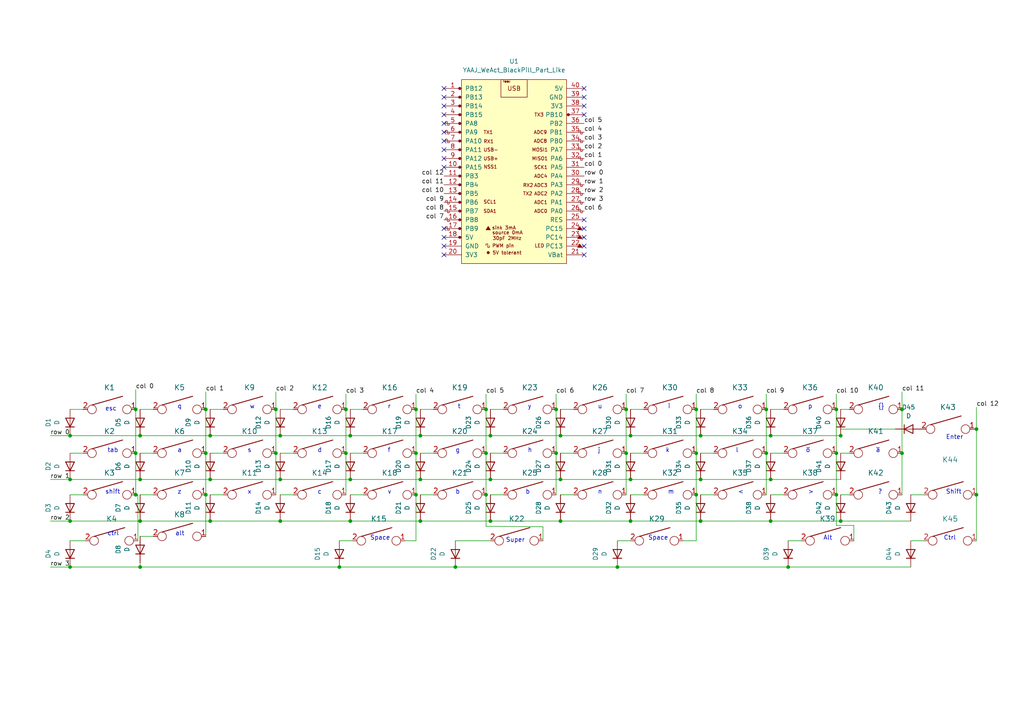
<source format=kicad_sch>
(kicad_sch (version 20211123) (generator eeschema)

  (uuid 1d76edbe-3d4e-4361-8765-d8606b5e8160)

  (paper "A4")

  (lib_symbols
    (symbol "Device:D" (pin_numbers hide) (pin_names (offset 1.016) hide) (in_bom yes) (on_board yes)
      (property "Reference" "D" (id 0) (at 0 2.54 0)
        (effects (font (size 1.27 1.27)))
      )
      (property "Value" "D" (id 1) (at 0 -2.54 0)
        (effects (font (size 1.27 1.27)))
      )
      (property "Footprint" "" (id 2) (at 0 0 0)
        (effects (font (size 1.27 1.27)) hide)
      )
      (property "Datasheet" "~" (id 3) (at 0 0 0)
        (effects (font (size 1.27 1.27)) hide)
      )
      (property "ki_keywords" "diode" (id 4) (at 0 0 0)
        (effects (font (size 1.27 1.27)) hide)
      )
      (property "ki_description" "Diode" (id 5) (at 0 0 0)
        (effects (font (size 1.27 1.27)) hide)
      )
      (property "ki_fp_filters" "TO-???* *_Diode_* *SingleDiode* D_*" (id 6) (at 0 0 0)
        (effects (font (size 1.27 1.27)) hide)
      )
      (symbol "D_0_1"
        (polyline
          (pts
            (xy -1.27 1.27)
            (xy -1.27 -1.27)
          )
          (stroke (width 0.254) (type default) (color 0 0 0 0))
          (fill (type none))
        )
        (polyline
          (pts
            (xy 1.27 0)
            (xy -1.27 0)
          )
          (stroke (width 0) (type default) (color 0 0 0 0))
          (fill (type none))
        )
        (polyline
          (pts
            (xy 1.27 1.27)
            (xy 1.27 -1.27)
            (xy -1.27 0)
            (xy 1.27 1.27)
          )
          (stroke (width 0.254) (type default) (color 0 0 0 0))
          (fill (type none))
        )
      )
      (symbol "D_1_1"
        (pin passive line (at -3.81 0 0) (length 2.54)
          (name "K" (effects (font (size 1.27 1.27))))
          (number "1" (effects (font (size 1.27 1.27))))
        )
        (pin passive line (at 3.81 0 180) (length 2.54)
          (name "A" (effects (font (size 1.27 1.27))))
          (number "2" (effects (font (size 1.27 1.27))))
        )
      )
    )
    (symbol "Hasu components:KEYSW" (pin_names (offset 1.016)) (in_bom yes) (on_board yes)
      (property "Reference" "K?" (id 0) (at -1.27 0 0)
        (effects (font (size 1.524 1.524)))
      )
      (property "Value" "KEYSW" (id 1) (at 0 -2.54 0)
        (effects (font (size 1.524 1.524)) hide)
      )
      (property "Footprint" "" (id 2) (at 0 0 0)
        (effects (font (size 1.524 1.524)))
      )
      (property "Datasheet" "" (id 3) (at 0 0 0)
        (effects (font (size 1.524 1.524)))
      )
      (symbol "KEYSW_0_1"
        (circle (center -5.08 0) (radius 1.27)
          (stroke (width 0) (type default) (color 0 0 0 0))
          (fill (type none))
        )
        (polyline
          (pts
            (xy -5.08 1.27)
            (xy 3.81 3.81)
          )
          (stroke (width 0.254) (type default) (color 0 0 0 0))
          (fill (type none))
        )
        (circle (center 5.08 0) (radius 1.27)
          (stroke (width 0) (type default) (color 0 0 0 0))
          (fill (type none))
        )
      )
      (symbol "KEYSW_1_1"
        (pin passive line (at 7.62 0 180) (length 1.27)
          (name "~" (effects (font (size 1.524 1.524))))
          (number "1" (effects (font (size 1.524 1.524))))
        )
        (pin passive line (at -7.62 0 0) (length 1.27)
          (name "~" (effects (font (size 1.524 1.524))))
          (number "2" (effects (font (size 1.524 1.524))))
        )
      )
    )
    (symbol "blackpill:YAAJ_WeAct_BlackPill_Part_Like" (pin_names (offset 1.016)) (in_bom yes) (on_board yes)
      (property "Reference" "U" (id 0) (at -12.7 27.94 0)
        (effects (font (size 1.27 1.27)))
      )
      (property "Value" "YAAJ_WeAct_BlackPill_Part_Like" (id 1) (at 0 2.54 90)
        (effects (font (size 1.27 1.27)))
      )
      (property "Footprint" "Kicad-STM32:YAAJ_WeAct_BlackPill2" (id 2) (at 0.254 -29.972 0)
        (effects (font (size 1.27 1.27)) hide)
      )
      (property "Datasheet" "" (id 3) (at 17.78 -25.4 0)
        (effects (font (size 1.27 1.27)) hide)
      )
      (property "ki_keywords" "module black pill STM32" (id 4) (at 0 0 0)
        (effects (font (size 1.27 1.27)) hide)
      )
      (property "ki_description" "WeAct STM32F401/F411 Black Pill ; not KLC compliant" (id 5) (at 0 0 0)
        (effects (font (size 1.27 1.27)) hide)
      )
      (symbol "YAAJ_WeAct_BlackPill_Part_Like_0_0"
        (circle (center -15.748 -20.32) (radius 0.3556)
          (stroke (width 0) (type default) (color 0 0 0 0))
          (fill (type outline))
        )
        (circle (center -15.748 -17.78) (radius 0.3556)
          (stroke (width 0) (type default) (color 0 0 0 0))
          (fill (type outline))
        )
        (circle (center -15.748 -15.24) (radius 0.3556)
          (stroke (width 0) (type default) (color 0 0 0 0))
          (fill (type outline))
        )
        (circle (center -15.748 -12.7) (radius 0.3556)
          (stroke (width 0) (type default) (color 0 0 0 0))
          (fill (type outline))
        )
        (circle (center -15.748 -10.16) (radius 0.3556)
          (stroke (width 0) (type default) (color 0 0 0 0))
          (fill (type outline))
        )
        (circle (center -15.748 -7.62) (radius 0.3556)
          (stroke (width 0) (type default) (color 0 0 0 0))
          (fill (type outline))
        )
        (circle (center -15.748 -5.08) (radius 0.3556)
          (stroke (width 0) (type default) (color 0 0 0 0))
          (fill (type outline))
        )
        (circle (center -15.748 -2.54) (radius 0.3556)
          (stroke (width 0) (type default) (color 0 0 0 0))
          (fill (type outline))
        )
        (circle (center -15.748 0) (radius 0.3556)
          (stroke (width 0) (type default) (color 0 0 0 0))
          (fill (type outline))
        )
        (circle (center -15.748 2.54) (radius 0.3556)
          (stroke (width 0) (type default) (color 0 0 0 0))
          (fill (type outline))
        )
        (circle (center -15.748 5.08) (radius 0.3556)
          (stroke (width 0) (type default) (color 0 0 0 0))
          (fill (type outline))
        )
        (circle (center -15.748 7.62) (radius 0.3556)
          (stroke (width 0) (type default) (color 0 0 0 0))
          (fill (type outline))
        )
        (circle (center -15.748 10.16) (radius 0.3556)
          (stroke (width 0) (type default) (color 0 0 0 0))
          (fill (type outline))
        )
        (circle (center -15.748 12.7) (radius 0.3556)
          (stroke (width 0) (type default) (color 0 0 0 0))
          (fill (type outline))
        )
        (circle (center -15.748 15.24) (radius 0.3556)
          (stroke (width 0) (type default) (color 0 0 0 0))
          (fill (type outline))
        )
        (circle (center -15.748 17.78) (radius 0.3556)
          (stroke (width 0) (type default) (color 0 0 0 0))
          (fill (type outline))
        )
        (circle (center -15.748 22.86) (radius 0.3556)
          (stroke (width 0) (type default) (color 0 0 0 0))
          (fill (type outline))
        )
        (circle (center -7.493 -24.765) (radius 0.127)
          (stroke (width 0) (type default) (color 0 0 0 0))
          (fill (type outline))
        )
        (circle (center -7.493 -24.765) (radius 0.254)
          (stroke (width 0) (type default) (color 0 0 0 0))
          (fill (type none))
        )
        (circle (center -7.493 -24.765) (radius 0.3556)
          (stroke (width 0) (type default) (color 0 0 0 0))
          (fill (type none))
        )
        (polyline
          (pts
            (xy -8.128 -18.161)
            (xy -7.493 -17.145)
            (xy -6.858 -18.161)
            (xy -8.128 -18.161)
            (xy -7.493 -17.272)
            (xy -6.985 -18.161)
            (xy -8.001 -18.034)
            (xy -7.493 -17.399)
            (xy -7.112 -18.161)
            (xy -7.874 -17.907)
            (xy -7.366 -17.526)
            (xy -7.239 -18.161)
            (xy -7.747 -17.78)
            (xy -7.239 -17.653)
            (xy -7.366 -18.034)
            (xy -7.62 -17.78)
            (xy -7.366 -17.907)
            (xy -7.493 -17.653)
          )
          (stroke (width 0) (type default) (color 0 0 0 0))
          (fill (type none))
        )
        (polyline
          (pts
            (xy 18.415 -23.241)
            (xy 19.05 -22.225)
            (xy 19.685 -23.241)
            (xy 18.415 -23.241)
            (xy 19.05 -22.352)
            (xy 19.558 -23.241)
            (xy 18.542 -23.114)
            (xy 19.05 -22.479)
            (xy 19.431 -23.241)
            (xy 18.669 -22.987)
            (xy 19.177 -22.606)
            (xy 19.304 -23.241)
            (xy 18.796 -22.86)
            (xy 19.304 -22.733)
            (xy 19.177 -23.114)
            (xy 18.923 -22.86)
            (xy 19.177 -22.987)
            (xy 19.05 -22.733)
          )
          (stroke (width 0) (type default) (color 0 0 0 0))
          (fill (type none))
        )
        (polyline
          (pts
            (xy 18.415 -20.701)
            (xy 19.05 -19.685)
            (xy 19.685 -20.701)
            (xy 18.415 -20.701)
            (xy 19.05 -19.812)
            (xy 19.558 -20.701)
            (xy 18.542 -20.574)
            (xy 19.05 -19.939)
            (xy 19.431 -20.701)
            (xy 18.669 -20.447)
            (xy 19.177 -20.066)
            (xy 19.304 -20.701)
            (xy 18.796 -20.32)
            (xy 19.304 -20.193)
            (xy 19.177 -20.574)
            (xy 18.923 -20.32)
            (xy 19.177 -20.447)
            (xy 19.05 -20.193)
          )
          (stroke (width 0) (type default) (color 0 0 0 0))
          (fill (type none))
        )
        (polyline
          (pts
            (xy 18.415 -18.161)
            (xy 19.05 -17.145)
            (xy 19.685 -18.161)
            (xy 18.415 -18.161)
            (xy 19.05 -17.272)
            (xy 19.558 -18.161)
            (xy 18.542 -18.034)
            (xy 19.05 -17.399)
            (xy 19.431 -18.161)
            (xy 18.669 -17.907)
            (xy 19.177 -17.526)
            (xy 19.304 -18.161)
            (xy 18.796 -17.78)
            (xy 19.304 -17.653)
            (xy 19.177 -18.034)
            (xy 18.923 -17.78)
            (xy 19.177 -17.907)
            (xy 19.05 -17.653)
          )
          (stroke (width 0) (type default) (color 0 0 0 0))
          (fill (type none))
        )
        (circle (center 15.748 15.24) (radius 0.254)
          (stroke (width 0) (type default) (color 0 0 0 0))
          (fill (type outline))
        )
        (circle (center 15.748 15.24) (radius 0.3556)
          (stroke (width 0) (type default) (color 0 0 0 0))
          (fill (type none))
        )
        (text "30pF 2MHz" (at -2.032 -20.574 0)
          (effects (font (size 0.9906 0.9906)))
        )
        (text "5V tolerant" (at -2.032 -24.765 0)
          (effects (font (size 0.9906 0.9906)))
        )
        (text "ADC0" (at 7.747 -12.7 0)
          (effects (font (size 0.9906 0.9906)))
        )
        (text "ADC1" (at 7.747 -10.16 0)
          (effects (font (size 0.9906 0.9906)))
        )
        (text "ADC2" (at 7.747 -7.62 0)
          (effects (font (size 0.9906 0.9906)))
        )
        (text "ADC3" (at 7.747 -5.207 0)
          (effects (font (size 0.9906 0.9906)))
        )
        (text "ADC4" (at 7.747 -2.54 0)
          (effects (font (size 0.9906 0.9906)))
        )
        (text "ADC8" (at 7.62 7.62 0)
          (effects (font (size 0.9906 0.9906)))
        )
        (text "ADC9" (at 7.62 10.16 0)
          (effects (font (size 0.9906 0.9906)))
        )
        (text "LED" (at 7.366 -22.733 0)
          (effects (font (size 0.9906 0.9906)))
        )
        (text "MISO1" (at 7.493 2.54 0)
          (effects (font (size 0.9906 0.9906)))
        )
        (text "MOSI1" (at 7.493 5.08 0)
          (effects (font (size 0.9906 0.9906)))
        )
        (text "NSS1" (at -6.858 0.127 0)
          (effects (font (size 0.9906 0.9906)))
        )
        (text "PWM pin" (at -3.175 -22.733 0)
          (effects (font (size 0.9906 0.9906)))
        )
        (text "RX1" (at -7.366 7.493 0)
          (effects (font (size 0.9906 0.9906)))
        )
        (text "RX2" (at 4.064 -5.207 0)
          (effects (font (size 0.9906 0.9906)))
        )
        (text "SCK1" (at 7.747 0 0)
          (effects (font (size 0.9906 0.9906)))
        )
        (text "SCL1" (at -6.985 -10.033 0)
          (effects (font (size 0.9906 0.9906)))
        )
        (text "SDA1" (at -6.985 -12.7 0)
          (effects (font (size 0.9906 0.9906)))
        )
        (text "sink 3mA" (at -2.921 -17.526 0)
          (effects (font (size 0.9906 0.9906)))
        )
        (text "source 0mA" (at -1.905 -18.923 0)
          (effects (font (size 0.9906 0.9906)))
        )
        (text "TX1" (at -7.493 10.16 0)
          (effects (font (size 0.9906 0.9906)))
        )
        (text "TX2" (at 3.937 -7.62 0)
          (effects (font (size 0.9906 0.9906)))
        )
        (text "TX3" (at 7.239 15.24 0)
          (effects (font (size 0.9906 0.9906)))
        )
        (text "USB" (at 0 22.86 0)
          (effects (font (size 1.27 1.27)))
        )
        (text "USB+" (at -6.731 2.54 0)
          (effects (font (size 0.9906 0.9906)))
        )
        (text "USB-" (at -6.731 5.08 0)
          (effects (font (size 0.9906 0.9906)))
        )
        (text "Y@@J" (at -2.159 24.892 0)
          (effects (font (size 0.508 0.508)))
        )
      )
      (symbol "YAAJ_WeAct_BlackPill_Part_Like_0_1"
        (rectangle (start -15.24 25.4) (end 15.24 -27.94)
          (stroke (width 0) (type default) (color 0 0 0 0))
          (fill (type background))
        )
        (polyline
          (pts
            (xy -18.796 -17.78)
            (xy -18.796 -18.288)
            (xy -19.304 -18.288)
            (xy -19.304 -17.272)
            (xy -19.812 -17.272)
            (xy -19.812 -17.78)
          )
          (stroke (width 0) (type default) (color 0 0 0 0))
          (fill (type none))
        )
        (polyline
          (pts
            (xy -18.796 -15.24)
            (xy -18.796 -15.748)
            (xy -19.304 -15.748)
            (xy -19.304 -14.732)
            (xy -19.812 -14.732)
            (xy -19.812 -15.24)
          )
          (stroke (width 0) (type default) (color 0 0 0 0))
          (fill (type none))
        )
        (polyline
          (pts
            (xy -18.796 -12.7)
            (xy -18.796 -13.208)
            (xy -19.304 -13.208)
            (xy -19.304 -12.192)
            (xy -19.812 -12.192)
            (xy -19.812 -12.7)
          )
          (stroke (width 0) (type default) (color 0 0 0 0))
          (fill (type none))
        )
        (polyline
          (pts
            (xy -18.796 -10.16)
            (xy -18.796 -10.668)
            (xy -19.304 -10.668)
            (xy -19.304 -9.652)
            (xy -19.812 -9.652)
            (xy -19.812 -10.16)
          )
          (stroke (width 0) (type default) (color 0 0 0 0))
          (fill (type none))
        )
        (polyline
          (pts
            (xy -18.796 7.62)
            (xy -18.796 7.112)
            (xy -19.304 7.112)
            (xy -19.304 8.128)
            (xy -19.812 8.128)
            (xy -19.812 7.62)
          )
          (stroke (width 0) (type default) (color 0 0 0 0))
          (fill (type none))
        )
        (polyline
          (pts
            (xy -18.796 10.16)
            (xy -18.796 9.652)
            (xy -19.304 9.652)
            (xy -19.304 10.668)
            (xy -19.812 10.668)
            (xy -19.812 10.16)
          )
          (stroke (width 0) (type default) (color 0 0 0 0))
          (fill (type none))
        )
        (polyline
          (pts
            (xy -18.796 12.7)
            (xy -18.796 12.192)
            (xy -19.304 12.192)
            (xy -19.304 13.208)
            (xy -19.812 13.208)
            (xy -19.812 12.7)
          )
          (stroke (width 0) (type default) (color 0 0 0 0))
          (fill (type none))
        )
        (polyline
          (pts
            (xy -7.112 -22.733)
            (xy -7.112 -23.241)
            (xy -7.62 -23.241)
            (xy -7.62 -22.225)
            (xy -8.128 -22.225)
            (xy -8.128 -22.733)
          )
          (stroke (width 0) (type default) (color 0 0 0 0))
          (fill (type none))
        )
        (polyline
          (pts
            (xy 19.812 -12.7)
            (xy 19.812 -13.208)
            (xy 19.304 -13.208)
            (xy 19.304 -12.192)
            (xy 18.796 -12.192)
            (xy 18.796 -12.7)
          )
          (stroke (width 0) (type default) (color 0 0 0 0))
          (fill (type none))
        )
        (polyline
          (pts
            (xy 19.812 -10.16)
            (xy 19.812 -10.668)
            (xy 19.304 -10.668)
            (xy 19.304 -9.652)
            (xy 18.796 -9.652)
            (xy 18.796 -10.16)
          )
          (stroke (width 0) (type default) (color 0 0 0 0))
          (fill (type none))
        )
        (polyline
          (pts
            (xy 19.812 -7.62)
            (xy 19.812 -8.128)
            (xy 19.304 -8.128)
            (xy 19.304 -7.112)
            (xy 18.796 -7.112)
            (xy 18.796 -7.62)
          )
          (stroke (width 0) (type default) (color 0 0 0 0))
          (fill (type none))
        )
        (polyline
          (pts
            (xy 19.812 -5.08)
            (xy 19.812 -5.588)
            (xy 19.304 -5.588)
            (xy 19.304 -4.572)
            (xy 18.796 -4.572)
            (xy 18.796 -5.08)
          )
          (stroke (width 0) (type default) (color 0 0 0 0))
          (fill (type none))
        )
        (polyline
          (pts
            (xy 19.812 2.54)
            (xy 19.812 2.032)
            (xy 19.304 2.032)
            (xy 19.304 3.048)
            (xy 18.796 3.048)
            (xy 18.796 2.54)
          )
          (stroke (width 0) (type default) (color 0 0 0 0))
          (fill (type none))
        )
        (polyline
          (pts
            (xy 19.812 5.08)
            (xy 19.812 4.572)
            (xy 19.304 4.572)
            (xy 19.304 5.588)
            (xy 18.796 5.588)
            (xy 18.796 5.08)
          )
          (stroke (width 0) (type default) (color 0 0 0 0))
          (fill (type none))
        )
        (polyline
          (pts
            (xy 19.812 7.62)
            (xy 19.812 7.112)
            (xy 19.304 7.112)
            (xy 19.304 8.128)
            (xy 18.796 8.128)
            (xy 18.796 7.62)
          )
          (stroke (width 0) (type default) (color 0 0 0 0))
          (fill (type none))
        )
        (polyline
          (pts
            (xy 19.812 10.16)
            (xy 19.812 9.652)
            (xy 19.304 9.652)
            (xy 19.304 10.668)
            (xy 18.796 10.668)
            (xy 18.796 10.16)
          )
          (stroke (width 0) (type default) (color 0 0 0 0))
          (fill (type none))
        )
        (rectangle (start 3.81 25.4) (end -3.81 20.32)
          (stroke (width 0) (type default) (color 0 0 0 0))
          (fill (type none))
        )
      )
      (symbol "YAAJ_WeAct_BlackPill_Part_Like_1_1"
        (circle (center -15.748 20.32) (radius 0.3556)
          (stroke (width 0) (type default) (color 0 0 0 0))
          (fill (type outline))
        )
        (pin bidirectional line (at -20.32 22.86 0) (length 5.08)
          (name "PB12" (effects (font (size 1.27 1.27))))
          (number "1" (effects (font (size 1.27 1.27))))
        )
        (pin bidirectional line (at -20.32 0 0) (length 5.08)
          (name "PA15" (effects (font (size 1.27 1.27))))
          (number "10" (effects (font (size 1.27 1.27))))
        )
        (pin bidirectional line (at -20.32 -2.54 0) (length 5.08)
          (name "PB3" (effects (font (size 1.27 1.27))))
          (number "11" (effects (font (size 1.27 1.27))))
        )
        (pin bidirectional line (at -20.32 -5.08 0) (length 5.08)
          (name "PB4" (effects (font (size 1.27 1.27))))
          (number "12" (effects (font (size 1.27 1.27))))
        )
        (pin bidirectional line (at -20.32 -7.62 0) (length 5.08)
          (name "PB5" (effects (font (size 1.27 1.27))))
          (number "13" (effects (font (size 1.27 1.27))))
        )
        (pin bidirectional line (at -20.32 -10.16 0) (length 5.08)
          (name "PB6" (effects (font (size 1.27 1.27))))
          (number "14" (effects (font (size 1.27 1.27))))
        )
        (pin bidirectional line (at -20.32 -12.7 0) (length 5.08)
          (name "PB7" (effects (font (size 1.27 1.27))))
          (number "15" (effects (font (size 1.27 1.27))))
        )
        (pin bidirectional line (at -20.32 -15.24 0) (length 5.08)
          (name "PB8" (effects (font (size 1.27 1.27))))
          (number "16" (effects (font (size 1.27 1.27))))
        )
        (pin bidirectional line (at -20.32 -17.78 0) (length 5.08)
          (name "PB9" (effects (font (size 1.27 1.27))))
          (number "17" (effects (font (size 1.27 1.27))))
        )
        (pin power_in line (at -20.32 -20.32 0) (length 5.08)
          (name "5V" (effects (font (size 1.27 1.27))))
          (number "18" (effects (font (size 1.27 1.27))))
        )
        (pin power_in line (at -20.32 -22.86 0) (length 5.08)
          (name "GND" (effects (font (size 1.27 1.27))))
          (number "19" (effects (font (size 1.27 1.27))))
        )
        (pin bidirectional line (at -20.32 20.32 0) (length 5.08)
          (name "PB13" (effects (font (size 1.27 1.27))))
          (number "2" (effects (font (size 1.27 1.27))))
        )
        (pin power_in line (at -20.32 -25.4 0) (length 5.08)
          (name "3V3" (effects (font (size 1.27 1.27))))
          (number "20" (effects (font (size 1.27 1.27))))
        )
        (pin power_in line (at 20.32 -25.4 180) (length 5.08)
          (name "VBat" (effects (font (size 1.27 1.27))))
          (number "21" (effects (font (size 1.27 1.27))))
        )
        (pin bidirectional line (at 20.32 -22.86 180) (length 5.08)
          (name "PC13" (effects (font (size 1.27 1.27))))
          (number "22" (effects (font (size 1.27 1.27))))
        )
        (pin bidirectional line (at 20.32 -20.32 180) (length 5.08)
          (name "PC14" (effects (font (size 1.27 1.27))))
          (number "23" (effects (font (size 1.27 1.27))))
        )
        (pin bidirectional line (at 20.32 -17.78 180) (length 5.08)
          (name "PC15" (effects (font (size 1.27 1.27))))
          (number "24" (effects (font (size 1.27 1.27))))
        )
        (pin input line (at 20.32 -15.24 180) (length 5.08)
          (name "RES" (effects (font (size 1.27 1.27))))
          (number "25" (effects (font (size 1.27 1.27))))
        )
        (pin bidirectional line (at 20.32 -12.7 180) (length 5.08)
          (name "PA0" (effects (font (size 1.27 1.27))))
          (number "26" (effects (font (size 1.27 1.27))))
        )
        (pin bidirectional line (at 20.32 -10.16 180) (length 5.08)
          (name "PA1" (effects (font (size 1.27 1.27))))
          (number "27" (effects (font (size 1.27 1.27))))
        )
        (pin bidirectional line (at 20.32 -7.62 180) (length 5.08)
          (name "PA2" (effects (font (size 1.27 1.27))))
          (number "28" (effects (font (size 1.27 1.27))))
        )
        (pin bidirectional line (at 20.32 -5.08 180) (length 5.08)
          (name "PA3" (effects (font (size 1.27 1.27))))
          (number "29" (effects (font (size 1.27 1.27))))
        )
        (pin bidirectional line (at -20.32 17.78 0) (length 5.08)
          (name "PB14" (effects (font (size 1.27 1.27))))
          (number "3" (effects (font (size 1.27 1.27))))
        )
        (pin bidirectional line (at 20.32 -2.54 180) (length 5.08)
          (name "PA4" (effects (font (size 1.27 1.27))))
          (number "30" (effects (font (size 1.27 1.27))))
        )
        (pin bidirectional line (at 20.32 0 180) (length 5.08)
          (name "PA5" (effects (font (size 1.27 1.27))))
          (number "31" (effects (font (size 1.27 1.27))))
        )
        (pin bidirectional line (at 20.32 2.54 180) (length 5.08)
          (name "PA6" (effects (font (size 1.27 1.27))))
          (number "32" (effects (font (size 1.27 1.27))))
        )
        (pin bidirectional line (at 20.32 5.08 180) (length 5.08)
          (name "PA7" (effects (font (size 1.27 1.27))))
          (number "33" (effects (font (size 1.27 1.27))))
        )
        (pin bidirectional line (at 20.32 7.62 180) (length 5.08)
          (name "PB0" (effects (font (size 1.27 1.27))))
          (number "34" (effects (font (size 1.27 1.27))))
        )
        (pin bidirectional line (at 20.32 10.16 180) (length 5.08)
          (name "PB1" (effects (font (size 1.27 1.27))))
          (number "35" (effects (font (size 1.27 1.27))))
        )
        (pin bidirectional line (at 20.32 12.7 180) (length 5.08)
          (name "PB2" (effects (font (size 1.27 1.27))))
          (number "36" (effects (font (size 1.27 1.27))))
        )
        (pin bidirectional line (at 20.32 15.24 180) (length 5.08)
          (name "PB10" (effects (font (size 1.27 1.27))))
          (number "37" (effects (font (size 1.27 1.27))))
        )
        (pin power_in line (at 20.32 17.78 180) (length 5.08)
          (name "3V3" (effects (font (size 1.27 1.27))))
          (number "38" (effects (font (size 1.27 1.27))))
        )
        (pin power_in line (at 20.32 20.32 180) (length 5.08)
          (name "GND" (effects (font (size 1.27 1.27))))
          (number "39" (effects (font (size 1.27 1.27))))
        )
        (pin bidirectional line (at -20.32 15.24 0) (length 5.08)
          (name "PB15" (effects (font (size 1.27 1.27))))
          (number "4" (effects (font (size 1.27 1.27))))
        )
        (pin power_in line (at 20.32 22.86 180) (length 5.08)
          (name "5V" (effects (font (size 1.27 1.27))))
          (number "40" (effects (font (size 1.27 1.27))))
        )
        (pin bidirectional line (at -20.32 12.7 0) (length 5.08)
          (name "PA8" (effects (font (size 1.27 1.27))))
          (number "5" (effects (font (size 1.27 1.27))))
        )
        (pin bidirectional line (at -20.32 10.16 0) (length 5.08)
          (name "PA9" (effects (font (size 1.27 1.27))))
          (number "6" (effects (font (size 1.27 1.27))))
        )
        (pin bidirectional line (at -20.32 7.62 0) (length 5.08)
          (name "PA10" (effects (font (size 1.27 1.27))))
          (number "7" (effects (font (size 1.27 1.27))))
        )
        (pin bidirectional line (at -20.32 5.08 0) (length 5.08)
          (name "PA11" (effects (font (size 1.27 1.27))))
          (number "8" (effects (font (size 1.27 1.27))))
        )
        (pin bidirectional line (at -20.32 2.54 0) (length 5.08)
          (name "PA12" (effects (font (size 1.27 1.27))))
          (number "9" (effects (font (size 1.27 1.27))))
        )
      )
    )
  )

  (junction (at 120.65 131.445) (diameter 0) (color 0 0 0 0)
    (uuid 05c9e855-00b3-4d52-8f5a-ac7bb4731bae)
  )
  (junction (at 120.65 118.745) (diameter 0) (color 0 0 0 0)
    (uuid 0af36ce0-abb3-49dd-893b-008ab7532a9e)
  )
  (junction (at 182.88 139.065) (diameter 0) (color 0 0 0 0)
    (uuid 0cc4a8ae-173d-4342-b691-0ceeeb5b4064)
  )
  (junction (at 223.52 139.065) (diameter 0) (color 0 0 0 0)
    (uuid 10117a71-3fd1-4481-87a4-e55f77665cd7)
  )
  (junction (at 80.01 131.445) (diameter 0) (color 0 0 0 0)
    (uuid 13a213f0-1a4f-412a-aed2-0753136d895d)
  )
  (junction (at 20.32 164.465) (diameter 0) (color 0 0 0 0)
    (uuid 15ea51e3-8fd3-4c5e-bce0-4038d20e0da0)
  )
  (junction (at 203.2 151.13) (diameter 0) (color 0 0 0 0)
    (uuid 1c78b8db-fede-4ecc-884f-7c38593ba004)
  )
  (junction (at 132.08 164.465) (diameter 0) (color 0 0 0 0)
    (uuid 2296545c-32fe-4ab1-b688-4730dc0af9ed)
  )
  (junction (at 201.93 118.745) (diameter 0) (color 0 0 0 0)
    (uuid 26417ed3-b393-4bdc-94e9-ada24add9925)
  )
  (junction (at 101.6 151.13) (diameter 0) (color 0 0 0 0)
    (uuid 27847e3c-df2b-4fcc-9163-5380ddab6c62)
  )
  (junction (at 39.37 143.51) (diameter 0) (color 0 0 0 0)
    (uuid 29937ee3-b22e-49a2-a861-dde27063c92e)
  )
  (junction (at 182.88 126.365) (diameter 0) (color 0 0 0 0)
    (uuid 2cb3e220-d4c4-4526-8863-d7a31b28fe1e)
  )
  (junction (at 181.61 131.445) (diameter 0) (color 0 0 0 0)
    (uuid 2e775869-9cc5-4943-ad38-67728ad1cf3b)
  )
  (junction (at 59.69 131.445) (diameter 0) (color 0 0 0 0)
    (uuid 3293c44d-ffea-499f-9b9c-1b00ed4f78ae)
  )
  (junction (at 59.69 143.51) (diameter 0) (color 0 0 0 0)
    (uuid 35eba266-80d4-40fc-8f1a-193b5c810a17)
  )
  (junction (at 40.64 151.13) (diameter 0) (color 0 0 0 0)
    (uuid 3beaf428-4e96-4ea7-a72e-dfbedc27eb8e)
  )
  (junction (at 81.28 151.13) (diameter 0) (color 0 0 0 0)
    (uuid 3c317ec5-94e8-41eb-a606-5621e27705da)
  )
  (junction (at 182.88 151.13) (diameter 0) (color 0 0 0 0)
    (uuid 473b5958-aa38-46ab-9922-f0fd0bf9fa3f)
  )
  (junction (at 100.33 131.445) (diameter 0) (color 0 0 0 0)
    (uuid 497a817b-1b78-4759-b7aa-eb6af335b74f)
  )
  (junction (at 121.92 126.365) (diameter 0) (color 0 0 0 0)
    (uuid 4a48f2e3-e9b3-448f-b398-d2d22242e3c9)
  )
  (junction (at 223.52 151.13) (diameter 0) (color 0 0 0 0)
    (uuid 4ba7c284-dff5-419b-acdd-29040edc15e9)
  )
  (junction (at 261.62 118.745) (diameter 0) (color 0 0 0 0)
    (uuid 55387e3a-7fd1-4a0f-8b25-ba1c1ba113ca)
  )
  (junction (at 101.6 126.365) (diameter 0) (color 0 0 0 0)
    (uuid 5d44f778-e91a-40a3-8902-9c90d7befeab)
  )
  (junction (at 161.29 118.745) (diameter 0) (color 0 0 0 0)
    (uuid 7064ed5b-99ed-4594-980f-9621be806075)
  )
  (junction (at 242.57 118.745) (diameter 0) (color 0 0 0 0)
    (uuid 716239ba-2144-4507-9d69-050c8caa60d3)
  )
  (junction (at 142.24 126.365) (diameter 0) (color 0 0 0 0)
    (uuid 71a2476c-0fc3-4852-8b4c-13af4084a67d)
  )
  (junction (at 140.97 131.445) (diameter 0) (color 0 0 0 0)
    (uuid 7619c86b-2096-4cb6-b9e3-2922ee5b9ce2)
  )
  (junction (at 60.96 126.365) (diameter 0) (color 0 0 0 0)
    (uuid 76d01c3c-531d-4266-99c6-daaf748c99dc)
  )
  (junction (at 142.24 139.065) (diameter 0) (color 0 0 0 0)
    (uuid 7718c7e7-a507-4b1b-9b6a-6b1aca828472)
  )
  (junction (at 98.425 164.465) (diameter 0) (color 0 0 0 0)
    (uuid 7783ef59-6380-49ec-8f32-fa46b06ce197)
  )
  (junction (at 242.57 131.445) (diameter 0) (color 0 0 0 0)
    (uuid 7aecf9b2-482f-41e4-a8bb-7db98428bba0)
  )
  (junction (at 20.32 139.065) (diameter 0) (color 0 0 0 0)
    (uuid 7ebc48a1-cf3e-4f46-966c-8c8474b551c5)
  )
  (junction (at 20.32 126.365) (diameter 0) (color 0 0 0 0)
    (uuid 7f8fce23-b5e7-479d-9092-c814cf2fdb5f)
  )
  (junction (at 181.61 118.745) (diameter 0) (color 0 0 0 0)
    (uuid 81fa4bd1-1ba2-4fd3-b492-1abb270f5bb7)
  )
  (junction (at 201.93 143.51) (diameter 0) (color 0 0 0 0)
    (uuid 89353da7-06af-4b08-b552-54bafbba900f)
  )
  (junction (at 140.97 143.51) (diameter 0) (color 0 0 0 0)
    (uuid 89cad5a5-d9a2-4061-80ad-30ed8210c0d4)
  )
  (junction (at 40.64 164.465) (diameter 0) (color 0 0 0 0)
    (uuid 8b020255-14a8-476a-ba0e-84f1649fad94)
  )
  (junction (at 162.56 139.065) (diameter 0) (color 0 0 0 0)
    (uuid 8e1ac961-8b2c-401c-96ad-d17bdb4a763c)
  )
  (junction (at 261.62 131.445) (diameter 0) (color 0 0 0 0)
    (uuid 961eeb3f-c8fd-4f40-953f-d6d69655d47c)
  )
  (junction (at 222.25 118.745) (diameter 0) (color 0 0 0 0)
    (uuid 99c2902a-dde0-4b93-974d-69db71bab707)
  )
  (junction (at 228.6 164.465) (diameter 0) (color 0 0 0 0)
    (uuid 9be17c13-e674-4fe4-a272-1f3380de1a90)
  )
  (junction (at 40.64 139.065) (diameter 0) (color 0 0 0 0)
    (uuid 9e44dfd4-03bf-4fbd-8928-74e915306404)
  )
  (junction (at 201.93 131.445) (diameter 0) (color 0 0 0 0)
    (uuid a4daa629-72d3-46f9-ab11-5ee1a52b92e7)
  )
  (junction (at 39.37 131.445) (diameter 0) (color 0 0 0 0)
    (uuid ace62256-a2f3-473a-91f5-ef5b474f0a9e)
  )
  (junction (at 80.01 118.745) (diameter 0) (color 0 0 0 0)
    (uuid ae41e132-a6a5-40b6-9e15-e26b953ab416)
  )
  (junction (at 121.92 151.13) (diameter 0) (color 0 0 0 0)
    (uuid af5bf799-78ec-475f-afe4-64f4b5d41105)
  )
  (junction (at 100.33 118.745) (diameter 0) (color 0 0 0 0)
    (uuid b129e93c-90b4-4248-8497-61dd65f43946)
  )
  (junction (at 179.07 164.465) (diameter 0) (color 0 0 0 0)
    (uuid b2f67229-0def-4cb6-b600-9eea82ebf199)
  )
  (junction (at 162.56 151.13) (diameter 0) (color 0 0 0 0)
    (uuid b3efbb96-02a3-4a62-a205-a5edb2daea9c)
  )
  (junction (at 243.84 151.13) (diameter 0) (color 0 0 0 0)
    (uuid bb7b1346-a131-44f8-8a8a-11e0c51e3f9a)
  )
  (junction (at 142.24 151.13) (diameter 0) (color 0 0 0 0)
    (uuid bb82b250-b484-4235-b9bf-874427108b65)
  )
  (junction (at 60.96 151.13) (diameter 0) (color 0 0 0 0)
    (uuid bc3d1e29-e03f-4c1d-933d-16e5692c6148)
  )
  (junction (at 59.69 118.745) (diameter 0) (color 0 0 0 0)
    (uuid bc48a68f-4ea4-4e1f-8212-6c9fc8027a86)
  )
  (junction (at 223.52 126.365) (diameter 0) (color 0 0 0 0)
    (uuid bd01e756-4aa8-4e50-865f-22c06bff4b72)
  )
  (junction (at 242.57 143.51) (diameter 0) (color 0 0 0 0)
    (uuid c505cceb-a59c-4b41-97eb-0b789cc758f1)
  )
  (junction (at 203.2 126.365) (diameter 0) (color 0 0 0 0)
    (uuid c8909a2a-b8d0-4165-bec7-4c95233180d1)
  )
  (junction (at 60.96 139.065) (diameter 0) (color 0 0 0 0)
    (uuid ca5d0cfc-98ce-48d7-a906-5848d85e4957)
  )
  (junction (at 161.29 131.445) (diameter 0) (color 0 0 0 0)
    (uuid cea653de-1392-4a23-a159-47235484cf7b)
  )
  (junction (at 203.2 139.065) (diameter 0) (color 0 0 0 0)
    (uuid cf1c8d95-63fd-4329-9137-771cc0e15903)
  )
  (junction (at 81.28 126.365) (diameter 0) (color 0 0 0 0)
    (uuid d3c92c19-2286-4742-9b26-2f8ff7eaa8e4)
  )
  (junction (at 243.84 126.365) (diameter 0) (color 0 0 0 0)
    (uuid db00e6f5-36e1-4827-8d52-a4103645f470)
  )
  (junction (at 222.25 131.445) (diameter 0) (color 0 0 0 0)
    (uuid db1f78d5-32b1-49d3-b28d-2dfdde74f7cb)
  )
  (junction (at 283.21 143.51) (diameter 0) (color 0 0 0 0)
    (uuid dbb1baf5-71ae-4afc-9123-db0161ab8e18)
  )
  (junction (at 20.32 151.13) (diameter 0) (color 0 0 0 0)
    (uuid dc473889-6c78-4f03-b71b-2981f7bcac4a)
  )
  (junction (at 120.65 143.51) (diameter 0) (color 0 0 0 0)
    (uuid e18b31dd-978e-4d0c-a757-ff19f8114eca)
  )
  (junction (at 140.97 118.745) (diameter 0) (color 0 0 0 0)
    (uuid e26b8ef0-0f6e-4948-8e63-6882fc42a3f1)
  )
  (junction (at 121.92 139.065) (diameter 0) (color 0 0 0 0)
    (uuid e8e9119e-6e4a-464c-b98e-6fb2fcaebc0f)
  )
  (junction (at 162.56 126.365) (diameter 0) (color 0 0 0 0)
    (uuid ea014fc8-c519-4c9c-acd2-edf4ed96a09c)
  )
  (junction (at 40.64 126.365) (diameter 0) (color 0 0 0 0)
    (uuid f7d1fafa-d469-480b-993e-53ff62fc2b7c)
  )
  (junction (at 101.6 139.065) (diameter 0) (color 0 0 0 0)
    (uuid fc497e06-20b4-498c-8f36-6db9a9069313)
  )
  (junction (at 39.37 118.745) (diameter 0) (color 0 0 0 0)
    (uuid fcad75d8-1bc5-4a84-b319-8e146d357bef)
  )
  (junction (at 283.21 124.46) (diameter 0) (color 0 0 0 0)
    (uuid fd16b0e1-4f6c-4c90-a14a-9e2e59d2c4d0)
  )
  (junction (at 81.28 139.065) (diameter 0) (color 0 0 0 0)
    (uuid ff906ec3-7aff-401c-940a-66846f9756cc)
  )

  (no_connect (at 169.418 33.274) (uuid 0d4999be-f3a1-4be8-a975-82e718ae0434))
  (no_connect (at 169.418 63.754) (uuid 0fe491d5-7836-420e-934b-29c68247bf49))
  (no_connect (at 128.778 73.914) (uuid 11f96b01-eb5f-4f21-b950-b0c3fd67e1ec))
  (no_connect (at 128.778 68.834) (uuid 1557ac10-e77d-45c1-a671-95f9689d53cb))
  (no_connect (at 169.418 28.194) (uuid 15be79d9-2446-461a-baf2-bcae9b16e955))
  (no_connect (at 169.418 25.654) (uuid 1921dbcf-db28-426b-b9c7-5af9e670f2bc))
  (no_connect (at 128.778 66.294) (uuid 23c2e638-43fb-4e60-a8ec-cfe4b1ed5e48))
  (no_connect (at 169.418 30.734) (uuid 29f5431f-f5ae-4967-9144-86f3e47c9d1b))
  (no_connect (at 169.418 68.834) (uuid 310b5da6-3ed2-4e33-9c54-d1e9f9c36283))
  (no_connect (at 128.778 30.734) (uuid 318c253f-15d3-4396-b310-f98abe4565e3))
  (no_connect (at 128.778 48.514) (uuid 3639b5b5-94e7-4bcf-899a-bb19728c24e6))
  (no_connect (at 169.418 73.914) (uuid 3ca1aa1d-6021-4525-b0e6-faf4cab2354f))
  (no_connect (at 128.778 33.274) (uuid 4fd1052e-2794-48fa-a8df-a18e39148662))
  (no_connect (at 128.778 35.814) (uuid 6020f8b3-1c9a-4b06-8334-e32a1564010a))
  (no_connect (at 169.418 71.374) (uuid 666a64b0-a7b6-4ca1-9066-589bbaf8ba2f))
  (no_connect (at 128.778 43.434) (uuid 691723c1-703c-472e-be90-8faba886644d))
  (no_connect (at 128.778 40.894) (uuid 786f8d1c-965f-4975-bbb5-cd944e946688))
  (no_connect (at 128.778 25.654) (uuid 7da3ee4d-edcb-4fd1-970f-a76976ef1f29))
  (no_connect (at 128.778 38.354) (uuid 822117fb-b647-48d7-ac2e-9d8ea8c3b65b))
  (no_connect (at 128.778 45.974) (uuid 96c79c19-be86-4b12-91cb-c5dfe3c84e0d))
  (no_connect (at 128.778 71.374) (uuid ddc38f88-fe30-4a9d-bbb3-3b8821132d2f))
  (no_connect (at 169.418 66.294) (uuid ec32290c-e4ee-48fa-b466-e2437f2a81d6))
  (no_connect (at 128.778 28.194) (uuid f7603ac0-5d4c-44ff-8e15-88adacc19303))

  (wire (pts (xy 222.25 131.445) (xy 222.25 143.51))
    (stroke (width 0) (type default) (color 0 0 0 0))
    (uuid 012d9d11-5498-4b4b-8c86-0e11ce85bb41)
  )
  (wire (pts (xy 203.2 118.745) (xy 207.01 118.745))
    (stroke (width 0) (type default) (color 0 0 0 0))
    (uuid 01ced4da-7692-4573-bef2-9b074a05545e)
  )
  (wire (pts (xy 40.64 143.51) (xy 44.45 143.51))
    (stroke (width 0) (type default) (color 0 0 0 0))
    (uuid 02062b7f-d80b-469c-a1f7-9ec8e00f6d2b)
  )
  (wire (pts (xy 182.88 151.13) (xy 203.2 151.13))
    (stroke (width 0) (type default) (color 0 0 0 0))
    (uuid 02cbc0f7-5b10-4abf-9b46-ecc9dec5daf0)
  )
  (wire (pts (xy 142.24 126.365) (xy 162.56 126.365))
    (stroke (width 0) (type default) (color 0 0 0 0))
    (uuid 0436d28f-2451-4ae0-add9-8751c8001ad4)
  )
  (wire (pts (xy 182.88 131.445) (xy 186.69 131.445))
    (stroke (width 0) (type default) (color 0 0 0 0))
    (uuid 04f87ee2-537c-4ca6-853b-d8b7ddcfc7fa)
  )
  (wire (pts (xy 243.84 143.51) (xy 246.38 143.51))
    (stroke (width 0) (type default) (color 0 0 0 0))
    (uuid 064294fe-2c5f-493e-bc14-b8ecdce16491)
  )
  (wire (pts (xy 59.69 131.445) (xy 59.69 143.51))
    (stroke (width 0) (type default) (color 0 0 0 0))
    (uuid 0d3ed886-9857-4849-9fd5-20ea68de4505)
  )
  (wire (pts (xy 140.97 114.3) (xy 140.97 118.745))
    (stroke (width 0) (type default) (color 0 0 0 0))
    (uuid 0d6c86f4-d3c5-40e7-a42f-4f0ad09312d4)
  )
  (wire (pts (xy 201.93 118.745) (xy 201.93 131.445))
    (stroke (width 0) (type default) (color 0 0 0 0))
    (uuid 0ee1f661-2b9a-465c-998e-ed1d7e860e49)
  )
  (wire (pts (xy 222.25 114.3) (xy 222.25 118.745))
    (stroke (width 0) (type default) (color 0 0 0 0))
    (uuid 108d0762-9ad0-44bc-abb7-07dbff33b7d5)
  )
  (wire (pts (xy 39.37 143.51) (xy 39.37 131.445))
    (stroke (width 0) (type default) (color 0 0 0 0))
    (uuid 115c65a0-5bb4-4eed-b91e-618b8bfb8f8b)
  )
  (wire (pts (xy 179.07 164.465) (xy 228.6 164.465))
    (stroke (width 0) (type default) (color 0 0 0 0))
    (uuid 14fca022-5c0e-4eba-ab47-9a85da29ddcd)
  )
  (wire (pts (xy 223.52 126.365) (xy 243.84 126.365))
    (stroke (width 0) (type default) (color 0 0 0 0))
    (uuid 1544ce15-79b8-4376-bbfb-d25ec602a681)
  )
  (wire (pts (xy 117.475 156.845) (xy 120.65 156.845))
    (stroke (width 0) (type default) (color 0 0 0 0))
    (uuid 1573f56a-bf51-43ff-acb5-474f01ae9608)
  )
  (wire (pts (xy 20.32 156.845) (xy 24.765 156.845))
    (stroke (width 0) (type default) (color 0 0 0 0))
    (uuid 1579a33e-5e8c-444e-a137-e974a2d64934)
  )
  (wire (pts (xy 242.57 114.3) (xy 242.57 118.745))
    (stroke (width 0) (type default) (color 0 0 0 0))
    (uuid 16ec7eec-287f-4744-ab9c-a04bb0819b4f)
  )
  (wire (pts (xy 228.6 164.465) (xy 264.16 164.465))
    (stroke (width 0) (type default) (color 0 0 0 0))
    (uuid 171f5e36-e9ec-4844-8e26-a3057fb52c72)
  )
  (wire (pts (xy 162.56 139.065) (xy 182.88 139.065))
    (stroke (width 0) (type default) (color 0 0 0 0))
    (uuid 178ba2c6-ccef-4d3e-bb05-8c401aec895d)
  )
  (wire (pts (xy 100.33 118.745) (xy 100.33 131.445))
    (stroke (width 0) (type default) (color 0 0 0 0))
    (uuid 186c77f6-4cc7-413f-8c8c-8b4cec4c8386)
  )
  (wire (pts (xy 283.21 118.11) (xy 283.21 124.46))
    (stroke (width 0) (type default) (color 0 0 0 0))
    (uuid 19c05b70-5b46-4764-9b92-50ef6eb33b1a)
  )
  (wire (pts (xy 140.97 152.654) (xy 140.97 143.51))
    (stroke (width 0) (type default) (color 0 0 0 0))
    (uuid 1a6baa82-8cdf-41bb-a005-2a26e68a93da)
  )
  (wire (pts (xy 81.28 118.745) (xy 85.09 118.745))
    (stroke (width 0) (type default) (color 0 0 0 0))
    (uuid 1a7ad377-b68b-4141-8d9e-e4fefc82cb8d)
  )
  (wire (pts (xy 203.2 126.365) (xy 223.52 126.365))
    (stroke (width 0) (type default) (color 0 0 0 0))
    (uuid 21442d1b-aded-4dd0-9c93-d477bc225083)
  )
  (wire (pts (xy 223.52 139.065) (xy 243.84 139.065))
    (stroke (width 0) (type default) (color 0 0 0 0))
    (uuid 218c1f18-2b49-4586-92df-196e52dd487e)
  )
  (wire (pts (xy 20.32 143.51) (xy 24.13 143.51))
    (stroke (width 0) (type default) (color 0 0 0 0))
    (uuid 2258dd2e-8041-45f6-b419-2fa7db37c8b8)
  )
  (wire (pts (xy 101.6 126.365) (xy 121.92 126.365))
    (stroke (width 0) (type default) (color 0 0 0 0))
    (uuid 26fbf387-a17f-4793-9d74-10107bbad1c5)
  )
  (wire (pts (xy 242.57 118.745) (xy 242.57 131.445))
    (stroke (width 0) (type default) (color 0 0 0 0))
    (uuid 27beadf7-52e5-42e3-aada-b3a5514394ae)
  )
  (wire (pts (xy 142.24 118.745) (xy 146.05 118.745))
    (stroke (width 0) (type default) (color 0 0 0 0))
    (uuid 2d7950cc-b2a7-4873-839b-3ac6e92bbb2c)
  )
  (wire (pts (xy 223.52 143.51) (xy 227.33 143.51))
    (stroke (width 0) (type default) (color 0 0 0 0))
    (uuid 2ebd0a58-8b73-4d1f-84f3-bb6d5378051d)
  )
  (wire (pts (xy 132.08 156.845) (xy 142.24 156.845))
    (stroke (width 0) (type default) (color 0 0 0 0))
    (uuid 33cf157a-b0c6-4478-8088-efecbc49ff51)
  )
  (wire (pts (xy 242.57 143.51) (xy 242.57 152.4))
    (stroke (width 0) (type default) (color 0 0 0 0))
    (uuid 34693817-fd6d-4d9d-a2e3-4dff1cc9b87f)
  )
  (wire (pts (xy 101.6 143.51) (xy 105.41 143.51))
    (stroke (width 0) (type default) (color 0 0 0 0))
    (uuid 35b9d7d6-b200-44ba-9dd0-dfb2533175c3)
  )
  (wire (pts (xy 223.52 118.745) (xy 227.33 118.745))
    (stroke (width 0) (type default) (color 0 0 0 0))
    (uuid 37b371e9-b54a-40fa-82db-2ef28d265c73)
  )
  (wire (pts (xy 39.37 113.03) (xy 39.37 118.745))
    (stroke (width 0) (type default) (color 0 0 0 0))
    (uuid 38611c57-8b46-4a32-a2b5-133f35d60006)
  )
  (wire (pts (xy 40.64 155.575) (xy 44.45 155.575))
    (stroke (width 0) (type default) (color 0 0 0 0))
    (uuid 3979f41e-7a11-478e-97e0-76d1652b190b)
  )
  (wire (pts (xy 261.62 113.665) (xy 261.62 118.745))
    (stroke (width 0) (type default) (color 0 0 0 0))
    (uuid 3c3d3997-5b81-42c0-9238-dd30af29198b)
  )
  (wire (pts (xy 20.32 151.13) (xy 40.64 151.13))
    (stroke (width 0) (type default) (color 0 0 0 0))
    (uuid 3de4841a-5aea-4457-99ed-8a43fd5cd258)
  )
  (wire (pts (xy 121.92 151.13) (xy 142.24 151.13))
    (stroke (width 0) (type default) (color 0 0 0 0))
    (uuid 3e2fc856-1d28-4700-a07a-1c31ae43d972)
  )
  (wire (pts (xy 228.6 156.845) (xy 232.41 156.845))
    (stroke (width 0) (type default) (color 0 0 0 0))
    (uuid 3ecaae8c-b4d7-42a6-ba02-16f5c42e2271)
  )
  (wire (pts (xy 60.96 126.365) (xy 81.28 126.365))
    (stroke (width 0) (type default) (color 0 0 0 0))
    (uuid 40758b3b-132d-494c-af24-ac385d423121)
  )
  (wire (pts (xy 100.33 114.3) (xy 100.33 118.745))
    (stroke (width 0) (type default) (color 0 0 0 0))
    (uuid 42c28f99-f9e0-4185-b5cb-f9d9ff6ad4d3)
  )
  (wire (pts (xy 121.92 143.51) (xy 125.73 143.51))
    (stroke (width 0) (type default) (color 0 0 0 0))
    (uuid 42ca8e44-dfc4-4344-8652-8345dc63fd06)
  )
  (wire (pts (xy 161.29 118.745) (xy 161.29 131.445))
    (stroke (width 0) (type default) (color 0 0 0 0))
    (uuid 475413f7-90cb-4146-b231-690d1e0b014a)
  )
  (wire (pts (xy 140.97 131.445) (xy 140.97 143.51))
    (stroke (width 0) (type default) (color 0 0 0 0))
    (uuid 48b10959-93a1-4480-a9c9-8a28bd462a5b)
  )
  (wire (pts (xy 242.57 131.445) (xy 242.57 143.51))
    (stroke (width 0) (type default) (color 0 0 0 0))
    (uuid 48b32c13-7a33-4946-ab46-f1609c5fa286)
  )
  (wire (pts (xy 101.6 131.445) (xy 105.41 131.445))
    (stroke (width 0) (type default) (color 0 0 0 0))
    (uuid 4c0e9315-8276-4bf8-87b3-82ddbf466ba6)
  )
  (wire (pts (xy 40.64 164.465) (xy 98.425 164.465))
    (stroke (width 0) (type default) (color 0 0 0 0))
    (uuid 4f09ed63-691d-4ee2-aac4-eab3f9f13172)
  )
  (wire (pts (xy 20.32 118.745) (xy 24.13 118.745))
    (stroke (width 0) (type default) (color 0 0 0 0))
    (uuid 4f92123c-bee4-44f0-92fa-874746032528)
  )
  (wire (pts (xy 121.92 139.065) (xy 142.24 139.065))
    (stroke (width 0) (type default) (color 0 0 0 0))
    (uuid 546e213c-ba72-4aec-8f3d-56ba3230a54d)
  )
  (wire (pts (xy 101.6 151.13) (xy 121.92 151.13))
    (stroke (width 0) (type default) (color 0 0 0 0))
    (uuid 5573c627-3369-4629-8273-50d08e7be2a9)
  )
  (wire (pts (xy 121.92 131.445) (xy 125.73 131.445))
    (stroke (width 0) (type default) (color 0 0 0 0))
    (uuid 56ec687e-a194-40ac-a4ef-11d7601976d7)
  )
  (wire (pts (xy 201.93 114.3) (xy 201.93 118.745))
    (stroke (width 0) (type default) (color 0 0 0 0))
    (uuid 57d7d085-84ec-408f-9e56-84a5b89c7554)
  )
  (wire (pts (xy 39.37 118.745) (xy 39.37 131.445))
    (stroke (width 0) (type default) (color 0 0 0 0))
    (uuid 59acd4c0-e184-43d5-862e-139594f13187)
  )
  (wire (pts (xy 264.16 143.51) (xy 267.97 143.51))
    (stroke (width 0) (type default) (color 0 0 0 0))
    (uuid 5d6ba3c4-081f-4e1e-b3de-905efbe2b4e5)
  )
  (wire (pts (xy 203.2 151.13) (xy 223.52 151.13))
    (stroke (width 0) (type default) (color 0 0 0 0))
    (uuid 5f53317b-3421-47be-9aa1-2d7b5ced96de)
  )
  (wire (pts (xy 162.56 143.51) (xy 166.37 143.51))
    (stroke (width 0) (type default) (color 0 0 0 0))
    (uuid 608a7ecc-caf1-49b0-98c4-96dbcee083f8)
  )
  (wire (pts (xy 80.01 113.665) (xy 80.01 118.745))
    (stroke (width 0) (type default) (color 0 0 0 0))
    (uuid 6506e341-ff05-42ed-b439-ef93fcfab7c7)
  )
  (wire (pts (xy 14.605 151.13) (xy 20.32 151.13))
    (stroke (width 0) (type default) (color 0 0 0 0))
    (uuid 6a50a0de-2043-4bc6-a06c-fd60b54a400d)
  )
  (wire (pts (xy 100.33 131.445) (xy 100.33 143.51))
    (stroke (width 0) (type default) (color 0 0 0 0))
    (uuid 6a958736-9f6a-4f5f-90a0-9f7762e4d4bd)
  )
  (wire (pts (xy 243.84 124.46) (xy 259.715 124.46))
    (stroke (width 0) (type default) (color 0 0 0 0))
    (uuid 6de1f19f-927b-4a75-aa04-490949cebaa1)
  )
  (wire (pts (xy 198.12 156.845) (xy 201.93 156.845))
    (stroke (width 0) (type default) (color 0 0 0 0))
    (uuid 6f775c0d-7541-4ae5-adcb-82f96a40ce5a)
  )
  (wire (pts (xy 14.605 164.465) (xy 20.32 164.465))
    (stroke (width 0) (type default) (color 0 0 0 0))
    (uuid 6f8cd8a3-911a-42b1-946b-1a32313492d3)
  )
  (wire (pts (xy 60.96 131.445) (xy 64.77 131.445))
    (stroke (width 0) (type default) (color 0 0 0 0))
    (uuid 71e3ee0f-f688-47c2-9748-1f17e0a91392)
  )
  (wire (pts (xy 203.2 131.445) (xy 207.01 131.445))
    (stroke (width 0) (type default) (color 0 0 0 0))
    (uuid 7353352d-a7c9-48dc-ac5c-75b472707230)
  )
  (wire (pts (xy 181.61 118.745) (xy 181.61 131.445))
    (stroke (width 0) (type default) (color 0 0 0 0))
    (uuid 757ab27c-4a13-4803-ab45-b4185e00ef81)
  )
  (wire (pts (xy 120.65 118.745) (xy 120.65 131.445))
    (stroke (width 0) (type default) (color 0 0 0 0))
    (uuid 7cda8137-dfe7-4563-8478-d9ea7d3cf547)
  )
  (wire (pts (xy 80.01 131.445) (xy 80.01 143.51))
    (stroke (width 0) (type default) (color 0 0 0 0))
    (uuid 7ed43978-457a-492b-b655-1a89cf7ebcd3)
  )
  (wire (pts (xy 120.65 114.3) (xy 120.65 118.745))
    (stroke (width 0) (type default) (color 0 0 0 0))
    (uuid 805acf33-cba0-43ac-8769-0d17634761b5)
  )
  (wire (pts (xy 40.64 139.065) (xy 60.96 139.065))
    (stroke (width 0) (type default) (color 0 0 0 0))
    (uuid 80acd15c-6a92-4719-8222-3117319b3bd7)
  )
  (wire (pts (xy 142.24 139.065) (xy 162.56 139.065))
    (stroke (width 0) (type default) (color 0 0 0 0))
    (uuid 82882b17-df75-426d-ba2c-23d71ac037e2)
  )
  (wire (pts (xy 140.97 118.745) (xy 140.97 131.445))
    (stroke (width 0) (type default) (color 0 0 0 0))
    (uuid 84742ece-c516-42d3-8a74-db49504a0e12)
  )
  (wire (pts (xy 59.69 118.745) (xy 59.69 131.445))
    (stroke (width 0) (type default) (color 0 0 0 0))
    (uuid 84bf2f20-f988-46d3-8015-af1ee20745f5)
  )
  (wire (pts (xy 162.56 126.365) (xy 182.88 126.365))
    (stroke (width 0) (type default) (color 0 0 0 0))
    (uuid 86250af8-8928-4a70-9a2b-649e899034db)
  )
  (wire (pts (xy 223.52 151.13) (xy 243.84 151.13))
    (stroke (width 0) (type default) (color 0 0 0 0))
    (uuid 88782023-9e44-4752-9a3c-3eb6c3734dad)
  )
  (wire (pts (xy 20.32 139.065) (xy 40.64 139.065))
    (stroke (width 0) (type default) (color 0 0 0 0))
    (uuid 8ab19e86-590c-4182-a9bc-35a369acc097)
  )
  (wire (pts (xy 243.84 151.13) (xy 264.16 151.13))
    (stroke (width 0) (type default) (color 0 0 0 0))
    (uuid 8af77236-4162-4ba7-a2e0-a4bfbaccfe17)
  )
  (wire (pts (xy 20.32 164.465) (xy 40.64 164.465))
    (stroke (width 0) (type default) (color 0 0 0 0))
    (uuid 8c9c2105-0f55-4e54-a37c-2a1440546033)
  )
  (wire (pts (xy 247.65 156.845) (xy 247.65 152.4))
    (stroke (width 0) (type default) (color 0 0 0 0))
    (uuid 8d8db620-f38c-43d0-8e3a-7c2da05b3a88)
  )
  (wire (pts (xy 40.64 131.445) (xy 44.45 131.445))
    (stroke (width 0) (type default) (color 0 0 0 0))
    (uuid 8e187ae1-753a-4a8e-bc8a-50c658d228f7)
  )
  (wire (pts (xy 40.005 143.51) (xy 39.37 143.51))
    (stroke (width 0) (type default) (color 0 0 0 0))
    (uuid 8fc44b5d-5475-4611-b3b2-2656a3276492)
  )
  (wire (pts (xy 60.96 143.51) (xy 64.77 143.51))
    (stroke (width 0) (type default) (color 0 0 0 0))
    (uuid 94c97862-4ac2-43a1-b5cc-4713eb1759a0)
  )
  (wire (pts (xy 157.48 152.781) (xy 140.97 152.654))
    (stroke (width 0) (type default) (color 0 0 0 0))
    (uuid 94fda825-6e77-4c07-bfa0-5d00ad4227d8)
  )
  (wire (pts (xy 60.96 118.745) (xy 64.77 118.745))
    (stroke (width 0) (type default) (color 0 0 0 0))
    (uuid 95781deb-d2b9-4239-983c-69dc5a1e7ed5)
  )
  (wire (pts (xy 14.605 126.365) (xy 20.32 126.365))
    (stroke (width 0) (type default) (color 0 0 0 0))
    (uuid 960ba8be-c1b2-4375-ac29-e88121de121e)
  )
  (wire (pts (xy 142.24 131.445) (xy 146.05 131.445))
    (stroke (width 0) (type default) (color 0 0 0 0))
    (uuid 9871ef3c-d711-48fd-9ee7-e53112994fdf)
  )
  (wire (pts (xy 14.605 139.065) (xy 20.32 139.065))
    (stroke (width 0) (type default) (color 0 0 0 0))
    (uuid 9c651118-b3c7-404d-94cf-f4e6b6e062d2)
  )
  (wire (pts (xy 243.84 124.46) (xy 243.84 126.365))
    (stroke (width 0) (type default) (color 0 0 0 0))
    (uuid 9db05aef-b810-4138-8bb0-538bb34e47d5)
  )
  (wire (pts (xy 247.65 152.4) (xy 242.57 152.4))
    (stroke (width 0) (type default) (color 0 0 0 0))
    (uuid 9e6d545b-467c-4102-86b3-9e8d610eb358)
  )
  (wire (pts (xy 261.62 131.445) (xy 261.62 118.745))
    (stroke (width 0) (type default) (color 0 0 0 0))
    (uuid a0522209-1c3c-4e57-862c-8e308b1723a1)
  )
  (wire (pts (xy 283.21 124.46) (xy 283.21 143.51))
    (stroke (width 0) (type default) (color 0 0 0 0))
    (uuid a256684c-5e60-4702-b76e-22f0fab9633a)
  )
  (wire (pts (xy 243.84 118.745) (xy 246.38 118.745))
    (stroke (width 0) (type default) (color 0 0 0 0))
    (uuid a3ca19b1-d20b-477a-8e40-1bdde743f34e)
  )
  (wire (pts (xy 120.65 131.445) (xy 120.65 143.51))
    (stroke (width 0) (type default) (color 0 0 0 0))
    (uuid a528a425-6b49-412c-9be4-5731259d9c34)
  )
  (wire (pts (xy 182.88 126.365) (xy 203.2 126.365))
    (stroke (width 0) (type default) (color 0 0 0 0))
    (uuid a68a002c-551c-4eff-8b83-d5cc49383f61)
  )
  (wire (pts (xy 203.2 139.065) (xy 223.52 139.065))
    (stroke (width 0) (type default) (color 0 0 0 0))
    (uuid a709047d-8307-4d9f-9115-2f1815cd86a9)
  )
  (wire (pts (xy 182.88 143.51) (xy 186.69 143.51))
    (stroke (width 0) (type default) (color 0 0 0 0))
    (uuid a7215f98-4c18-495b-8c81-f9c9c96e24bd)
  )
  (wire (pts (xy 182.88 139.065) (xy 203.2 139.065))
    (stroke (width 0) (type default) (color 0 0 0 0))
    (uuid a839f69a-a942-4252-8cbf-8818da530de1)
  )
  (wire (pts (xy 40.64 163.195) (xy 40.64 164.465))
    (stroke (width 0) (type default) (color 0 0 0 0))
    (uuid a8496486-b5e1-4bf3-bda2-611634830b75)
  )
  (wire (pts (xy 81.28 139.065) (xy 101.6 139.065))
    (stroke (width 0) (type default) (color 0 0 0 0))
    (uuid a9c32350-e445-42db-bb9b-c677072923eb)
  )
  (wire (pts (xy 223.52 131.445) (xy 227.33 131.445))
    (stroke (width 0) (type default) (color 0 0 0 0))
    (uuid aa0812c4-44ab-4598-b092-995a035c8172)
  )
  (wire (pts (xy 59.69 143.51) (xy 59.69 155.575))
    (stroke (width 0) (type default) (color 0 0 0 0))
    (uuid ab4ec49e-a7a1-476a-8f60-fdfc05210a79)
  )
  (wire (pts (xy 243.84 131.445) (xy 246.38 131.445))
    (stroke (width 0) (type default) (color 0 0 0 0))
    (uuid af0558b6-02d9-4ca4-9dd1-5e17b5381c48)
  )
  (wire (pts (xy 142.24 151.13) (xy 162.56 151.13))
    (stroke (width 0) (type default) (color 0 0 0 0))
    (uuid af62f9d0-90ef-458a-bec5-bde18f0c24b7)
  )
  (wire (pts (xy 40.005 156.845) (xy 40.005 143.51))
    (stroke (width 0) (type default) (color 0 0 0 0))
    (uuid b08693c3-25c0-4482-92fc-7e8964f6464d)
  )
  (wire (pts (xy 222.25 118.745) (xy 222.25 131.445))
    (stroke (width 0) (type default) (color 0 0 0 0))
    (uuid b0f009d3-bd55-473d-909b-72b4d7b813b5)
  )
  (wire (pts (xy 132.08 164.465) (xy 179.07 164.465))
    (stroke (width 0) (type default) (color 0 0 0 0))
    (uuid b1bf8358-f2a4-4c4a-872b-e762847a6875)
  )
  (wire (pts (xy 179.07 156.845) (xy 182.88 156.845))
    (stroke (width 0) (type default) (color 0 0 0 0))
    (uuid b2e274c2-04ee-4c9a-a69f-00ac8f06df5d)
  )
  (wire (pts (xy 181.61 114.3) (xy 181.61 118.745))
    (stroke (width 0) (type default) (color 0 0 0 0))
    (uuid b32fdc19-120f-44ca-8221-7614f566644c)
  )
  (wire (pts (xy 162.56 131.445) (xy 166.37 131.445))
    (stroke (width 0) (type default) (color 0 0 0 0))
    (uuid b6048c13-b073-4356-8d63-6e7ed5ba79bd)
  )
  (wire (pts (xy 142.24 143.51) (xy 146.05 143.51))
    (stroke (width 0) (type default) (color 0 0 0 0))
    (uuid b7f6409b-4c1d-4a7a-a077-0885a6d5e4a5)
  )
  (wire (pts (xy 98.425 164.465) (xy 132.08 164.465))
    (stroke (width 0) (type default) (color 0 0 0 0))
    (uuid b8081762-d812-4d3f-b496-4577619e457d)
  )
  (wire (pts (xy 261.62 131.445) (xy 261.62 143.51))
    (stroke (width 0) (type default) (color 0 0 0 0))
    (uuid b8593d7d-ae27-4f93-8860-491720dda4e4)
  )
  (wire (pts (xy 40.64 151.13) (xy 60.96 151.13))
    (stroke (width 0) (type default) (color 0 0 0 0))
    (uuid be14bccf-eee3-426d-88b8-27864dd40ddf)
  )
  (wire (pts (xy 120.65 156.845) (xy 120.65 143.51))
    (stroke (width 0) (type default) (color 0 0 0 0))
    (uuid bf8bc466-5c80-409f-a404-deb87da574a7)
  )
  (wire (pts (xy 264.16 156.845) (xy 267.97 156.845))
    (stroke (width 0) (type default) (color 0 0 0 0))
    (uuid c1e9b6c8-388f-4584-8594-53518ec8f3a8)
  )
  (wire (pts (xy 20.32 126.365) (xy 40.64 126.365))
    (stroke (width 0) (type default) (color 0 0 0 0))
    (uuid c62fd6b0-8d81-44e8-b399-ff355e81def2)
  )
  (wire (pts (xy 59.69 113.665) (xy 59.69 118.745))
    (stroke (width 0) (type default) (color 0 0 0 0))
    (uuid ca80902c-d2e1-49db-9579-c68a7090b874)
  )
  (wire (pts (xy 81.28 143.51) (xy 85.09 143.51))
    (stroke (width 0) (type default) (color 0 0 0 0))
    (uuid cb09ce23-ccba-44eb-94c2-e810d6d87c9e)
  )
  (wire (pts (xy 101.6 118.745) (xy 105.41 118.745))
    (stroke (width 0) (type default) (color 0 0 0 0))
    (uuid d3151cef-68e4-4d89-9ba5-85d53e797486)
  )
  (wire (pts (xy 162.56 151.13) (xy 182.88 151.13))
    (stroke (width 0) (type default) (color 0 0 0 0))
    (uuid d492407b-5136-4a20-9345-cf370188b51c)
  )
  (wire (pts (xy 81.28 131.445) (xy 85.09 131.445))
    (stroke (width 0) (type default) (color 0 0 0 0))
    (uuid d625ed22-42f1-4437-9278-e8e2c802bbc4)
  )
  (wire (pts (xy 283.21 143.51) (xy 283.21 156.845))
    (stroke (width 0) (type default) (color 0 0 0 0))
    (uuid d65cea07-59f9-4c5f-abc1-17dd0d29686b)
  )
  (wire (pts (xy 157.48 156.845) (xy 157.48 152.781))
    (stroke (width 0) (type default) (color 0 0 0 0))
    (uuid d7490534-59c7-4573-94d1-aad0e2a8923e)
  )
  (wire (pts (xy 98.425 156.845) (xy 102.235 156.845))
    (stroke (width 0) (type default) (color 0 0 0 0))
    (uuid d7c91acc-1712-49e3-8fd5-2008090cc8c4)
  )
  (wire (pts (xy 161.29 131.445) (xy 161.29 143.51))
    (stroke (width 0) (type default) (color 0 0 0 0))
    (uuid db8a7772-ad6f-4dcb-a965-15052ea74706)
  )
  (wire (pts (xy 181.61 131.445) (xy 181.61 143.51))
    (stroke (width 0) (type default) (color 0 0 0 0))
    (uuid de40ef64-93e8-48c0-a4a9-f9ccde83672a)
  )
  (wire (pts (xy 121.92 118.745) (xy 125.73 118.745))
    (stroke (width 0) (type default) (color 0 0 0 0))
    (uuid def322dd-ec7b-4ed9-99c6-2f83615423e4)
  )
  (wire (pts (xy 40.64 118.745) (xy 44.45 118.745))
    (stroke (width 0) (type default) (color 0 0 0 0))
    (uuid e1b29028-cbfa-466a-b79c-5e5d99694e04)
  )
  (wire (pts (xy 60.96 139.065) (xy 81.28 139.065))
    (stroke (width 0) (type default) (color 0 0 0 0))
    (uuid e50d0788-fe58-4fb8-8ebb-092c784982d7)
  )
  (wire (pts (xy 121.92 126.365) (xy 142.24 126.365))
    (stroke (width 0) (type default) (color 0 0 0 0))
    (uuid e65c58d3-7ac5-40f3-9a7e-dfec79c2a5fc)
  )
  (wire (pts (xy 20.32 131.445) (xy 24.13 131.445))
    (stroke (width 0) (type default) (color 0 0 0 0))
    (uuid e8fe9fa0-7472-436d-b723-736cfe36a489)
  )
  (wire (pts (xy 81.28 126.365) (xy 101.6 126.365))
    (stroke (width 0) (type default) (color 0 0 0 0))
    (uuid ec4983ba-d000-49ff-92d7-c462891a1d1f)
  )
  (wire (pts (xy 282.575 124.46) (xy 283.21 124.46))
    (stroke (width 0) (type default) (color 0 0 0 0))
    (uuid ede97ae7-80d4-48d0-bea8-3a4671b2d685)
  )
  (wire (pts (xy 161.29 114.3) (xy 161.29 118.745))
    (stroke (width 0) (type default) (color 0 0 0 0))
    (uuid efe623f5-1153-484c-9e7c-0832afd8122d)
  )
  (wire (pts (xy 201.93 143.51) (xy 201.93 156.845))
    (stroke (width 0) (type default) (color 0 0 0 0))
    (uuid f3cac995-164b-4cf3-95b6-6dadc54cf41c)
  )
  (wire (pts (xy 201.93 131.445) (xy 201.93 143.51))
    (stroke (width 0) (type default) (color 0 0 0 0))
    (uuid f4c5e252-fd1c-400f-ba4c-c89e9d760ccf)
  )
  (wire (pts (xy 81.28 151.13) (xy 101.6 151.13))
    (stroke (width 0) (type default) (color 0 0 0 0))
    (uuid f752842b-5e60-41e8-b74d-a8d3626b9911)
  )
  (wire (pts (xy 162.56 118.745) (xy 166.37 118.745))
    (stroke (width 0) (type default) (color 0 0 0 0))
    (uuid f8e83051-3d31-4cd1-bb20-4f5218a12006)
  )
  (wire (pts (xy 40.64 126.365) (xy 60.96 126.365))
    (stroke (width 0) (type default) (color 0 0 0 0))
    (uuid f8f2d1b2-2414-4a7d-b1a9-0c8804333246)
  )
  (wire (pts (xy 101.6 139.065) (xy 121.92 139.065))
    (stroke (width 0) (type default) (color 0 0 0 0))
    (uuid fa373ca4-e027-418b-9da8-45192d3f36cb)
  )
  (wire (pts (xy 60.96 151.13) (xy 81.28 151.13))
    (stroke (width 0) (type default) (color 0 0 0 0))
    (uuid fbf4b627-6f97-409e-9e83-58e50c2278c4)
  )
  (wire (pts (xy 182.88 118.745) (xy 186.69 118.745))
    (stroke (width 0) (type default) (color 0 0 0 0))
    (uuid fd5fd5e1-e3c0-4f3d-88ee-c847bb078972)
  )
  (wire (pts (xy 203.2 143.51) (xy 207.01 143.51))
    (stroke (width 0) (type default) (color 0 0 0 0))
    (uuid fe1af8b3-e1f8-4e86-af2f-04605ef0b65d)
  )
  (wire (pts (xy 80.01 118.745) (xy 80.01 131.445))
    (stroke (width 0) (type default) (color 0 0 0 0))
    (uuid fee2dcf3-8296-4cb9-91a2-b72c103ac08c)
  )

  (text "ä" (at 254 131.445 0)
    (effects (font (size 1.27 1.27)) (justify left bottom))
    (uuid 13219e05-7022-4ed4-8078-26c5659c3999)
  )
  (text "{}" (at 254.635 118.745 0)
    (effects (font (size 1.27 1.27)) (justify left bottom))
    (uuid 1387c8ff-caee-44ea-ba4f-22c282c0c4b5)
  )
  (text "g" (at 132.08 131.445 0)
    (effects (font (size 1.27 1.27)) (justify left bottom))
    (uuid 19209f94-d21f-414b-9468-7d30f8f73f11)
  )
  (text "k" (at 193.04 131.445 0)
    (effects (font (size 1.27 1.27)) (justify left bottom))
    (uuid 21a25669-6f94-4c3c-9722-91edfc3d778c)
  )
  (text "Space" (at 187.96 156.845 0)
    (effects (font (size 1.27 1.27)) (justify left bottom))
    (uuid 26acd66b-e3f5-4ef2-b8f3-31d33b6354dc)
  )
  (text "ö" (at 233.68 131.445 0)
    (effects (font (size 1.27 1.27)) (justify left bottom))
    (uuid 38783611-5604-439b-b4d9-297040efd07e)
  )
  (text "b" (at 132.08 143.51 0)
    (effects (font (size 1.27 1.27)) (justify left bottom))
    (uuid 388ee74b-8da6-4bca-b990-e64a3cdf3a07)
  )
  (text "r" (at 112.395 118.745 0)
    (effects (font (size 1.27 1.27)) (justify left bottom))
    (uuid 38ab1c3a-557c-4d4a-8d6a-c28c48049f35)
  )
  (text "y" (at 153.035 118.745 0)
    (effects (font (size 1.27 1.27)) (justify left bottom))
    (uuid 3d212660-365e-4e56-98d9-c9aef606ca9d)
  )
  (text "w" (at 72.39 118.745 0)
    (effects (font (size 1.27 1.27)) (justify left bottom))
    (uuid 3e2a2b68-84ff-4944-9915-9bcfde7d90db)
  )
  (text "esc" (at 30.48 119.38 0)
    (effects (font (size 1.27 1.27)) (justify left bottom))
    (uuid 423256d9-2b83-4a1e-a0b3-e4129d2d9c89)
  )
  (text "h" (at 153.035 131.445 0)
    (effects (font (size 1.27 1.27)) (justify left bottom))
    (uuid 44863e40-ef13-471c-aebd-d33ec460db91)
  )
  (text "alt" (at 50.8 155.575 0)
    (effects (font (size 1.27 1.27)) (justify left bottom))
    (uuid 45a4b577-ba3d-4052-9771-cd27b16ce256)
  )
  (text "d" (at 92.075 131.445 0)
    (effects (font (size 1.27 1.27)) (justify left bottom))
    (uuid 497df7fc-d9be-4aa7-b4fb-2ae81929697d)
  )
  (text "s" (at 71.755 131.445 0)
    (effects (font (size 1.27 1.27)) (justify left bottom))
    (uuid 4f8ea109-a8ae-48f1-b1f4-c4993e68e79b)
  )
  (text "e" (at 92.075 118.745 0)
    (effects (font (size 1.27 1.27)) (justify left bottom))
    (uuid 4fd0f876-87f2-4e09-af51-7d1d2bd616f9)
  )
  (text "?" (at 254.635 143.51 0)
    (effects (font (size 1.27 1.27)) (justify left bottom))
    (uuid 5d72cf07-4317-4420-9843-f7c4b9897372)
  )
  (text "j" (at 173.355 131.445 0)
    (effects (font (size 1.27 1.27)) (justify left bottom))
    (uuid 5d731fba-4c27-4934-97da-e360a9e50723)
  )
  (text "Ctrl\n" (at 273.685 156.845 0)
    (effects (font (size 1.27 1.27)) (justify left bottom))
    (uuid 6e4ae248-ed0a-4127-99db-e0d46e05c6f0)
  )
  (text "Enter\n" (at 274.32 127.635 0)
    (effects (font (size 1.27 1.27)) (justify left bottom))
    (uuid 6f63b5c9-5eaf-4350-95be-75955d4ba549)
  )
  (text "c" (at 92.075 143.51 0)
    (effects (font (size 1.27 1.27)) (justify left bottom))
    (uuid 76092838-c153-4f12-8b45-e051351f0537)
  )
  (text "o" (at 213.995 118.745 0)
    (effects (font (size 1.27 1.27)) (justify left bottom))
    (uuid 779a4dfe-483a-4833-8f8f-c3d3c9649983)
  )
  (text "m\n" (at 193.675 143.51 0)
    (effects (font (size 1.27 1.27)) (justify left bottom))
    (uuid 787d96fd-a0d0-4023-8610-2a3099ce94f1)
  )
  (text "v" (at 112.395 143.51 0)
    (effects (font (size 1.27 1.27)) (justify left bottom))
    (uuid 7b014941-069c-40ac-b74b-4dab6ccc8887)
  )
  (text "x\n" (at 71.755 143.51 0)
    (effects (font (size 1.27 1.27)) (justify left bottom))
    (uuid 8686452d-1d39-4c2a-8c69-7b956608f35d)
  )
  (text "n" (at 173.355 143.51 0)
    (effects (font (size 1.27 1.27)) (justify left bottom))
    (uuid 873e20d8-8f7b-4b39-aec2-01f43057716f)
  )
  (text "q\n" (at 51.435 118.745 0)
    (effects (font (size 1.27 1.27)) (justify left bottom))
    (uuid 8faa2033-4d9c-420e-a503-ce5ccd57da45)
  )
  (text "a" (at 51.435 131.445 0)
    (effects (font (size 1.27 1.27)) (justify left bottom))
    (uuid a13f2f1a-8f1b-4e8f-bd1f-6ec371f05e94)
  )
  (text "z" (at 51.435 143.51 0)
    (effects (font (size 1.27 1.27)) (justify left bottom))
    (uuid a3d8fb63-01af-4281-86e3-be22493a9f68)
  )
  (text "shift\n" (at 30.48 143.51 0)
    (effects (font (size 1.27 1.27)) (justify left bottom))
    (uuid a4dd64c4-8a18-4985-8b1f-07887b12ae0b)
  )
  (text "f" (at 112.395 131.445 0)
    (effects (font (size 1.27 1.27)) (justify left bottom))
    (uuid b8ccc89d-5d2e-4db4-94d0-75a794697b7e)
  )
  (text "tab\n" (at 31.115 131.445 0)
    (effects (font (size 1.27 1.27)) (justify left bottom))
    (uuid b8dd862a-e474-4ffe-b574-c9fd33757dd6)
  )
  (text "Alt\n" (at 238.76 156.845 0)
    (effects (font (size 1.27 1.27)) (justify left bottom))
    (uuid b94f2043-85f0-4b60-b7f4-a7911d5dce3c)
  )
  (text "Space" (at 107.315 156.845 0)
    (effects (font (size 1.27 1.27)) (justify left bottom))
    (uuid bad316c7-ea9f-412b-bebd-f07f91b38ec1)
  )
  (text "p" (at 234.315 118.745 0)
    (effects (font (size 1.27 1.27)) (justify left bottom))
    (uuid bf619499-97c2-4596-9dc1-434bd5250811)
  )
  (text "i" (at 193.675 118.745 0)
    (effects (font (size 1.27 1.27)) (justify left bottom))
    (uuid c83ba971-e28b-46b7-b6e5-2f93cbbd199e)
  )
  (text "Shift\n" (at 274.32 143.51 0)
    (effects (font (size 1.27 1.27)) (justify left bottom))
    (uuid c878f38a-f6cd-448c-ad6a-5b429d12a7e3)
  )
  (text "l" (at 213.36 131.445 0)
    (effects (font (size 1.27 1.27)) (justify left bottom))
    (uuid c91e92d2-f401-4da5-93ab-3cadc1c53d30)
  )
  (text "t" (at 132.715 118.745 0)
    (effects (font (size 1.27 1.27)) (justify left bottom))
    (uuid d62d20aa-0abb-4c9d-aa38-79e4d88eee89)
  )
  (text "u" (at 173.355 118.745 0)
    (effects (font (size 1.27 1.27)) (justify left bottom))
    (uuid dbf07eeb-9a79-48c6-b0d4-f72cfbe749b1)
  )
  (text ">" (at 234.315 143.51 0)
    (effects (font (size 1.27 1.27)) (justify left bottom))
    (uuid eaa9d4c4-5b29-4e4e-b80c-7b4b6826beff)
  )
  (text "ctrl\n" (at 31.115 155.575 0)
    (effects (font (size 1.27 1.27)) (justify left bottom))
    (uuid eb108352-6968-4186-96df-555bb2be3815)
  )
  (text "Super\n" (at 146.685 157.48 0)
    (effects (font (size 1.27 1.27)) (justify left bottom))
    (uuid f176ed15-5d5d-4fc1-8377-0f8251338275)
  )
  (text "<" (at 213.995 143.51 0)
    (effects (font (size 1.27 1.27)) (justify left bottom))
    (uuid fb1fbe18-b1e7-42a2-8c0e-10d6257ef891)
  )
  (text "b" (at 152.4 143.51 0)
    (effects (font (size 1.27 1.27)) (justify left bottom))
    (uuid fc27d222-13a3-47ef-9051-772bc7e45b16)
  )

  (label "col 0" (at 39.37 113.03 0)
    (effects (font (size 1.27 1.27)) (justify left bottom))
    (uuid 06e61cc5-b10c-46ba-9fcb-3f4eb21b0f5c)
  )
  (label "col 9" (at 128.778 58.674 180)
    (effects (font (size 1.27 1.27)) (justify right bottom))
    (uuid 19a52c50-dedc-4602-aa54-7213d5597718)
  )
  (label "col 1" (at 169.418 45.974 0)
    (effects (font (size 1.27 1.27)) (justify left bottom))
    (uuid 1a6b94a6-75f0-4963-9008-9d59e6fedf1f)
  )
  (label "row 0" (at 14.605 126.365 0)
    (effects (font (size 1.27 1.27)) (justify left bottom))
    (uuid 2002594e-e510-47f9-b549-10ad58b2c451)
  )
  (label "col 1" (at 59.69 113.665 0)
    (effects (font (size 1.27 1.27)) (justify left bottom))
    (uuid 21542648-381b-47cf-97b2-c3f5c299ad81)
  )
  (label "row 2" (at 169.418 56.134 0)
    (effects (font (size 1.27 1.27)) (justify left bottom))
    (uuid 234f1612-8159-48a3-8b07-b00a2edb02c3)
  )
  (label "col 11" (at 261.62 113.665 0)
    (effects (font (size 1.27 1.27)) (justify left bottom))
    (uuid 5ac98574-ec8b-46e2-9f1f-bee2f5b58830)
  )
  (label "col 4" (at 120.65 114.3 0)
    (effects (font (size 1.27 1.27)) (justify left bottom))
    (uuid 64c0275c-5aa0-49a7-b56d-045e4574c3a2)
  )
  (label "row 3" (at 169.418 58.674 0)
    (effects (font (size 1.27 1.27)) (justify left bottom))
    (uuid 650250a9-e96c-4300-9535-34e6ae0e1dd7)
  )
  (label "col 10" (at 128.778 56.134 180)
    (effects (font (size 1.27 1.27)) (justify right bottom))
    (uuid 6e7eca82-fc0c-4e7e-9371-4e6817999660)
  )
  (label "col 3" (at 169.418 40.894 0)
    (effects (font (size 1.27 1.27)) (justify left bottom))
    (uuid 6f642390-590a-4b03-930f-61c07ae76270)
  )
  (label "col 0" (at 169.418 48.514 0)
    (effects (font (size 1.27 1.27)) (justify left bottom))
    (uuid 73db8f48-e8d5-4211-8754-e1235594b236)
  )
  (label "row 3" (at 14.605 164.465 0)
    (effects (font (size 1.27 1.27)) (justify left bottom))
    (uuid 82293cd5-2a76-4ceb-9088-496eed862db0)
  )
  (label "col 2" (at 80.01 113.665 0)
    (effects (font (size 1.27 1.27)) (justify left bottom))
    (uuid 84011a25-b69f-4083-bba7-757fb1fad6e9)
  )
  (label "col 6" (at 169.418 61.214 0)
    (effects (font (size 1.27 1.27)) (justify left bottom))
    (uuid 872af36a-b833-4339-9f11-629935db9f32)
  )
  (label "row 1" (at 14.605 139.065 0)
    (effects (font (size 1.27 1.27)) (justify left bottom))
    (uuid 8ae4a16d-49dd-40dd-946f-f3bd6cc76494)
  )
  (label "col 9" (at 222.25 114.3 0)
    (effects (font (size 1.27 1.27)) (justify left bottom))
    (uuid 9d53f401-d328-41ec-b5a2-bcc3f7112fb8)
  )
  (label "row 2" (at 14.605 151.13 0)
    (effects (font (size 1.27 1.27)) (justify left bottom))
    (uuid a81197ed-4168-4320-a4cb-11b7a5ea45d6)
  )
  (label "col 2" (at 169.418 43.434 0)
    (effects (font (size 1.27 1.27)) (justify left bottom))
    (uuid b00c2756-8930-4029-bd65-2b2205d8fa9e)
  )
  (label "col 8" (at 128.778 61.214 180)
    (effects (font (size 1.27 1.27)) (justify right bottom))
    (uuid b02c0b16-a2cb-4c4d-8e5c-078dd3425b8f)
  )
  (label "col 7" (at 181.61 114.3 0)
    (effects (font (size 1.27 1.27)) (justify left bottom))
    (uuid b35234bb-b915-4679-90fa-3bac5696bfba)
  )
  (label "col 3" (at 100.33 114.3 0)
    (effects (font (size 1.27 1.27)) (justify left bottom))
    (uuid c1fc8226-de80-497e-9c14-bb47144eaa9d)
  )
  (label "col 12" (at 283.21 118.11 0)
    (effects (font (size 1.27 1.27)) (justify left bottom))
    (uuid c49afb9a-365b-4d5f-a307-32c148b86596)
  )
  (label "col 8" (at 201.93 114.3 0)
    (effects (font (size 1.27 1.27)) (justify left bottom))
    (uuid c55f8b03-84d4-47e5-8b79-1b2c63aa3a77)
  )
  (label "col 5" (at 169.418 35.814 0)
    (effects (font (size 1.27 1.27)) (justify left bottom))
    (uuid d1706ad2-4857-4704-b1fe-593bc52b1b32)
  )
  (label "col 11" (at 128.778 53.594 180)
    (effects (font (size 1.27 1.27)) (justify right bottom))
    (uuid d23d6ac7-d55c-46c0-8439-3ce675458dee)
  )
  (label "row 0" (at 169.418 51.054 0)
    (effects (font (size 1.27 1.27)) (justify left bottom))
    (uuid d68815d3-704e-4f9c-95d5-6c7fb1ae1330)
  )
  (label "col 6" (at 161.29 114.3 0)
    (effects (font (size 1.27 1.27)) (justify left bottom))
    (uuid ddde23a4-782d-4a3a-9a56-7e3e20d074f7)
  )
  (label "col 12" (at 128.778 51.054 180)
    (effects (font (size 1.27 1.27)) (justify right bottom))
    (uuid dfc10aaa-f249-4095-9ed2-6739ce53cb2d)
  )
  (label "col 5" (at 140.97 114.3 0)
    (effects (font (size 1.27 1.27)) (justify left bottom))
    (uuid ebf19d75-19ee-4482-adf8-faed6438f495)
  )
  (label "row 1" (at 169.418 53.594 0)
    (effects (font (size 1.27 1.27)) (justify left bottom))
    (uuid f38714fc-8a41-4839-8483-2de46ae0d237)
  )
  (label "col 4" (at 169.418 38.354 0)
    (effects (font (size 1.27 1.27)) (justify left bottom))
    (uuid f66b6ac2-ecf4-414a-8d3d-7a28059fad33)
  )
  (label "col 10" (at 242.57 114.3 0)
    (effects (font (size 1.27 1.27)) (justify left bottom))
    (uuid fca736f7-eba3-4688-a743-d1fa3d525d59)
  )
  (label "col 7" (at 128.778 63.754 180)
    (effects (font (size 1.27 1.27)) (justify right bottom))
    (uuid fcd980a4-4ca1-462c-9548-5cc386e13d91)
  )

  (symbol (lib_id "Device:D") (at 20.32 160.655 90) (unit 1)
    (in_bom yes) (on_board yes) (fields_autoplaced)
    (uuid 0222d17e-7520-426f-a395-5fbf9f3a85f8)
    (property "Reference" "D4" (id 0) (at 13.97 160.655 0))
    (property "Value" "D" (id 1) (at 16.51 160.655 0))
    (property "Footprint" "Diode_SMD:D_SOD-123F" (id 2) (at 20.32 160.655 0)
      (effects (font (size 1.27 1.27)) hide)
    )
    (property "Datasheet" "~" (id 3) (at 20.32 160.655 0)
      (effects (font (size 1.27 1.27)) hide)
    )
    (pin "1" (uuid b1917238-ee1c-4a7b-9e82-8c7bc66d3964))
    (pin "2" (uuid e1a19c31-31c2-4080-85b7-93c89bcfdfdb))
  )

  (symbol (lib_id "Device:D") (at 182.88 122.555 90) (unit 1)
    (in_bom yes) (on_board yes) (fields_autoplaced)
    (uuid 042b6722-8720-4e65-8f5b-cdca1bde5767)
    (property "Reference" "D30" (id 0) (at 176.53 122.555 0))
    (property "Value" "D" (id 1) (at 179.07 122.555 0))
    (property "Footprint" "Diode_SMD:D_SOD-123F" (id 2) (at 182.88 122.555 0)
      (effects (font (size 1.27 1.27)) hide)
    )
    (property "Datasheet" "~" (id 3) (at 182.88 122.555 0)
      (effects (font (size 1.27 1.27)) hide)
    )
    (pin "1" (uuid eb38b377-2262-497e-8d79-a93b18632f71))
    (pin "2" (uuid a22f7864-1a4e-4f0f-9852-39697144c969))
  )

  (symbol (lib_id "Device:D") (at 142.24 122.555 90) (unit 1)
    (in_bom yes) (on_board yes) (fields_autoplaced)
    (uuid 053569c9-0333-4bb6-909d-c309fe0f5e2f)
    (property "Reference" "D23" (id 0) (at 135.89 122.555 0))
    (property "Value" "D" (id 1) (at 138.43 122.555 0))
    (property "Footprint" "Diode_SMD:D_SOD-123F" (id 2) (at 142.24 122.555 0)
      (effects (font (size 1.27 1.27)) hide)
    )
    (property "Datasheet" "~" (id 3) (at 142.24 122.555 0)
      (effects (font (size 1.27 1.27)) hide)
    )
    (pin "1" (uuid f12a3e49-809f-4626-88af-83f24cbb10a5))
    (pin "2" (uuid 38acc5f0-87f2-490f-a6f4-d97112125bc1))
  )

  (symbol (lib_id "Device:D") (at 132.08 160.655 90) (unit 1)
    (in_bom yes) (on_board yes) (fields_autoplaced)
    (uuid 073c877f-13f8-4aba-a7bd-4c217a08077b)
    (property "Reference" "D22" (id 0) (at 125.73 160.655 0))
    (property "Value" "D" (id 1) (at 128.27 160.655 0))
    (property "Footprint" "Diode_SMD:D_SOD-123F" (id 2) (at 132.08 160.655 0)
      (effects (font (size 1.27 1.27)) hide)
    )
    (property "Datasheet" "~" (id 3) (at 132.08 160.655 0)
      (effects (font (size 1.27 1.27)) hide)
    )
    (pin "1" (uuid 9c86fb6c-a57d-4eb9-95d2-179f7d8963fa))
    (pin "2" (uuid 5cf7dc33-3268-4a3c-bea8-52359b175e29))
  )

  (symbol (lib_id "Device:D") (at 98.425 160.655 90) (unit 1)
    (in_bom yes) (on_board yes) (fields_autoplaced)
    (uuid 0a29b69f-30b9-4020-be7a-01027c505c38)
    (property "Reference" "D15" (id 0) (at 92.075 160.655 0))
    (property "Value" "D" (id 1) (at 94.615 160.655 0))
    (property "Footprint" "Diode_SMD:D_SOD-123F" (id 2) (at 98.425 160.655 0)
      (effects (font (size 1.27 1.27)) hide)
    )
    (property "Datasheet" "~" (id 3) (at 98.425 160.655 0)
      (effects (font (size 1.27 1.27)) hide)
    )
    (pin "1" (uuid 6bc8bc2b-8ced-4cfa-87dc-b20a02bbe2e8))
    (pin "2" (uuid 58f42d68-1cf0-44c5-8a58-f1bae34eeff3))
  )

  (symbol (lib_id "Device:D") (at 101.6 122.555 90) (unit 1)
    (in_bom yes) (on_board yes) (fields_autoplaced)
    (uuid 0b003694-edd4-41c5-a05b-d0926cf08de0)
    (property "Reference" "D16" (id 0) (at 95.25 122.555 0))
    (property "Value" "D" (id 1) (at 97.79 122.555 0))
    (property "Footprint" "Diode_SMD:D_SOD-123F" (id 2) (at 101.6 122.555 0)
      (effects (font (size 1.27 1.27)) hide)
    )
    (property "Datasheet" "~" (id 3) (at 101.6 122.555 0)
      (effects (font (size 1.27 1.27)) hide)
    )
    (pin "1" (uuid f7fe46b9-0c39-49c5-b45c-e0ccc3bf63eb))
    (pin "2" (uuid 4388a018-ad59-44ed-b985-f9d1a2cbd480))
  )

  (symbol (lib_id "Device:D") (at 81.28 135.255 90) (unit 1)
    (in_bom yes) (on_board yes) (fields_autoplaced)
    (uuid 0b2b5b3a-55d1-4fe1-86fb-bd2c1b236417)
    (property "Reference" "D13" (id 0) (at 74.93 135.255 0))
    (property "Value" "D" (id 1) (at 77.47 135.255 0))
    (property "Footprint" "Diode_SMD:D_SOD-123F" (id 2) (at 81.28 135.255 0)
      (effects (font (size 1.27 1.27)) hide)
    )
    (property "Datasheet" "~" (id 3) (at 81.28 135.255 0)
      (effects (font (size 1.27 1.27)) hide)
    )
    (pin "1" (uuid a25e1fe1-9630-40c4-b8a1-098b3cb9c4d7))
    (pin "2" (uuid 433083f5-07be-44c2-87b1-342b9d61c3c6))
  )

  (symbol (lib_id "Hasu components:KEYSW") (at 133.35 143.51 0) (unit 1)
    (in_bom yes) (on_board yes) (fields_autoplaced)
    (uuid 0c95c328-e1f7-4d8e-909b-1f5b521c0cf8)
    (property "Reference" "K21" (id 0) (at 133.35 137.16 0)
      (effects (font (size 1.524 1.524)))
    )
    (property "Value" "KEYSW" (id 1) (at 133.35 146.05 0)
      (effects (font (size 1.524 1.524)) hide)
    )
    (property "Footprint" "keebs-pretty:Mx_Alps_100" (id 2) (at 133.35 143.51 0)
      (effects (font (size 1.524 1.524)) hide)
    )
    (property "Datasheet" "" (id 3) (at 133.35 143.51 0)
      (effects (font (size 1.524 1.524)))
    )
    (pin "1" (uuid 014ccc9b-533b-4864-9b0f-c52e45cdcc82))
    (pin "2" (uuid fe7d3ee8-9ab0-4234-856f-d4f992526096))
  )

  (symbol (lib_id "Device:D") (at 20.32 122.555 90) (unit 1)
    (in_bom yes) (on_board yes) (fields_autoplaced)
    (uuid 0cc27698-5298-46d7-85e9-69e8c1cb5fbd)
    (property "Reference" "D1" (id 0) (at 13.97 122.555 0))
    (property "Value" "D" (id 1) (at 16.51 122.555 0))
    (property "Footprint" "Diode_SMD:D_SOD-123F" (id 2) (at 20.32 122.555 0)
      (effects (font (size 1.27 1.27)) hide)
    )
    (property "Datasheet" "~" (id 3) (at 20.32 122.555 0)
      (effects (font (size 1.27 1.27)) hide)
    )
    (pin "1" (uuid 8b60d05d-3c92-4716-9f74-025413149282))
    (pin "2" (uuid 7d9d284c-6585-4960-9f3a-256c7399adce))
  )

  (symbol (lib_id "Hasu components:KEYSW") (at 194.31 143.51 0) (unit 1)
    (in_bom yes) (on_board yes) (fields_autoplaced)
    (uuid 0dcd9fb2-37c4-426c-98aa-59113258bfdc)
    (property "Reference" "K32" (id 0) (at 194.31 137.16 0)
      (effects (font (size 1.524 1.524)))
    )
    (property "Value" "KEYSW" (id 1) (at 194.31 146.05 0)
      (effects (font (size 1.524 1.524)) hide)
    )
    (property "Footprint" "keebs-pretty:Mx_Alps_100" (id 2) (at 194.31 143.51 0)
      (effects (font (size 1.524 1.524)) hide)
    )
    (property "Datasheet" "" (id 3) (at 194.31 143.51 0)
      (effects (font (size 1.524 1.524)))
    )
    (pin "1" (uuid c0d1e997-1a17-4fea-9e77-cceb6855c903))
    (pin "2" (uuid 32de189f-4dd7-414a-9fab-9589fc470b46))
  )

  (symbol (lib_id "Hasu components:KEYSW") (at 194.31 131.445 0) (unit 1)
    (in_bom yes) (on_board yes) (fields_autoplaced)
    (uuid 0eb0b7a6-7a41-4ef5-beec-36e620a1f674)
    (property "Reference" "K31" (id 0) (at 194.31 125.095 0)
      (effects (font (size 1.524 1.524)))
    )
    (property "Value" "KEYSW" (id 1) (at 194.31 133.985 0)
      (effects (font (size 1.524 1.524)) hide)
    )
    (property "Footprint" "keebs-pretty:Mx_Alps_100" (id 2) (at 194.31 131.445 0)
      (effects (font (size 1.524 1.524)) hide)
    )
    (property "Datasheet" "" (id 3) (at 194.31 131.445 0)
      (effects (font (size 1.524 1.524)))
    )
    (pin "1" (uuid 1d7d618f-c1d0-46f3-9f3f-4f0863a2ea68))
    (pin "2" (uuid b7357aa9-1176-4286-a93a-77515d0441b4))
  )

  (symbol (lib_id "Hasu components:KEYSW") (at 52.07 143.51 0) (unit 1)
    (in_bom yes) (on_board yes) (fields_autoplaced)
    (uuid 10bc9cc4-c151-4edf-99ad-d40135dd559a)
    (property "Reference" "K7" (id 0) (at 52.07 137.16 0)
      (effects (font (size 1.524 1.524)))
    )
    (property "Value" "KEYSW" (id 1) (at 52.07 146.05 0)
      (effects (font (size 1.524 1.524)) hide)
    )
    (property "Footprint" "keebs-pretty:Mx_Alps_100" (id 2) (at 52.07 143.51 0)
      (effects (font (size 1.524 1.524)) hide)
    )
    (property "Datasheet" "" (id 3) (at 52.07 143.51 0)
      (effects (font (size 1.524 1.524)))
    )
    (pin "1" (uuid f2e1e8bf-434f-458f-8302-13673b574c08))
    (pin "2" (uuid 5cfa7d9a-651c-4cdb-a8ce-512cb736d350))
  )

  (symbol (lib_id "Device:D") (at 162.56 122.555 90) (unit 1)
    (in_bom yes) (on_board yes) (fields_autoplaced)
    (uuid 1357b136-cc96-44c4-a35e-ea993d4a05bc)
    (property "Reference" "D26" (id 0) (at 156.21 122.555 0))
    (property "Value" "D" (id 1) (at 158.75 122.555 0))
    (property "Footprint" "Diode_SMD:D_SOD-123F" (id 2) (at 162.56 122.555 0)
      (effects (font (size 1.27 1.27)) hide)
    )
    (property "Datasheet" "~" (id 3) (at 162.56 122.555 0)
      (effects (font (size 1.27 1.27)) hide)
    )
    (pin "1" (uuid 8605fc51-b4a5-4c9e-b8a3-d34a97281720))
    (pin "2" (uuid d96f4550-bddc-464e-a2d6-c35cd5dd40a4))
  )

  (symbol (lib_id "Hasu components:KEYSW") (at 254 131.445 0) (unit 1)
    (in_bom yes) (on_board yes) (fields_autoplaced)
    (uuid 14378fae-8838-4925-b287-f0f77f8be008)
    (property "Reference" "K41" (id 0) (at 254 125.095 0)
      (effects (font (size 1.524 1.524)))
    )
    (property "Value" "KEYSW" (id 1) (at 254 133.985 0)
      (effects (font (size 1.524 1.524)) hide)
    )
    (property "Footprint" "keebs-pretty:Mx_Alps_100" (id 2) (at 254 131.445 0)
      (effects (font (size 1.524 1.524)) hide)
    )
    (property "Datasheet" "" (id 3) (at 254 131.445 0)
      (effects (font (size 1.524 1.524)))
    )
    (pin "1" (uuid c41d8afc-799d-43a9-857c-ac505fae1118))
    (pin "2" (uuid fd534274-0a4a-492c-afc3-74e568e41d23))
  )

  (symbol (lib_id "Device:D") (at 182.88 147.32 90) (unit 1)
    (in_bom yes) (on_board yes) (fields_autoplaced)
    (uuid 16d49b17-282a-4ee0-881a-1738caafa024)
    (property "Reference" "D32" (id 0) (at 176.53 147.32 0))
    (property "Value" "D" (id 1) (at 179.07 147.32 0))
    (property "Footprint" "Diode_SMD:D_SOD-123F" (id 2) (at 182.88 147.32 0)
      (effects (font (size 1.27 1.27)) hide)
    )
    (property "Datasheet" "~" (id 3) (at 182.88 147.32 0)
      (effects (font (size 1.27 1.27)) hide)
    )
    (pin "1" (uuid 73543109-aa83-4025-a753-939675091585))
    (pin "2" (uuid 03432401-dcf0-4990-89a8-901465ddba23))
  )

  (symbol (lib_id "Device:D") (at 263.525 124.46 0) (unit 1)
    (in_bom yes) (on_board yes) (fields_autoplaced)
    (uuid 181790d6-a3c4-4684-a0b3-7c64f4573156)
    (property "Reference" "D45" (id 0) (at 263.525 118.11 0))
    (property "Value" "D" (id 1) (at 263.525 120.65 0))
    (property "Footprint" "Diode_SMD:D_SOD-123F" (id 2) (at 263.525 124.46 0)
      (effects (font (size 1.27 1.27)) hide)
    )
    (property "Datasheet" "~" (id 3) (at 263.525 124.46 0)
      (effects (font (size 1.27 1.27)) hide)
    )
    (pin "1" (uuid abbc902f-fadf-42de-b1e9-a177c662033f))
    (pin "2" (uuid c01e41c0-7ebe-4d55-83f4-3ab77adcd950))
  )

  (symbol (lib_id "Device:D") (at 81.28 122.555 90) (unit 1)
    (in_bom yes) (on_board yes) (fields_autoplaced)
    (uuid 1a1f8fb8-9dd9-45ba-912a-be1209095e71)
    (property "Reference" "D12" (id 0) (at 74.93 122.555 0))
    (property "Value" "D" (id 1) (at 77.47 122.555 0))
    (property "Footprint" "Diode_SMD:D_SOD-123F" (id 2) (at 81.28 122.555 0)
      (effects (font (size 1.27 1.27)) hide)
    )
    (property "Datasheet" "~" (id 3) (at 81.28 122.555 0)
      (effects (font (size 1.27 1.27)) hide)
    )
    (pin "1" (uuid 2533caed-0e55-4b4d-96b0-7d55a985f2b0))
    (pin "2" (uuid bfb988a9-a472-41be-b5cb-77de6d1a951f))
  )

  (symbol (lib_id "Hasu components:KEYSW") (at 173.99 143.51 0) (unit 1)
    (in_bom yes) (on_board yes) (fields_autoplaced)
    (uuid 1ad8b5f2-f972-47b0-8887-436b616c5d20)
    (property "Reference" "K28" (id 0) (at 173.99 137.16 0)
      (effects (font (size 1.524 1.524)))
    )
    (property "Value" "KEYSW" (id 1) (at 173.99 146.05 0)
      (effects (font (size 1.524 1.524)) hide)
    )
    (property "Footprint" "keebs-pretty:Mx_Alps_100" (id 2) (at 173.99 143.51 0)
      (effects (font (size 1.524 1.524)) hide)
    )
    (property "Datasheet" "" (id 3) (at 173.99 143.51 0)
      (effects (font (size 1.524 1.524)))
    )
    (pin "1" (uuid 529d504d-3ad5-4d25-b380-dd952cf7e35f))
    (pin "2" (uuid 74dbd73e-29f3-491c-a2ef-c9ef2b987811))
  )

  (symbol (lib_id "Device:D") (at 203.2 147.32 90) (unit 1)
    (in_bom yes) (on_board yes) (fields_autoplaced)
    (uuid 2a92202b-83c5-4504-819c-3fcf2192b0fd)
    (property "Reference" "D35" (id 0) (at 196.85 147.32 0))
    (property "Value" "D" (id 1) (at 199.39 147.32 0))
    (property "Footprint" "Diode_SMD:D_SOD-123F" (id 2) (at 203.2 147.32 0)
      (effects (font (size 1.27 1.27)) hide)
    )
    (property "Datasheet" "~" (id 3) (at 203.2 147.32 0)
      (effects (font (size 1.27 1.27)) hide)
    )
    (pin "1" (uuid 2d376596-48fe-4855-9be4-347c97ee9006))
    (pin "2" (uuid 1c4c2153-8c95-4d25-a42c-2ef86ab3f12e))
  )

  (symbol (lib_id "Hasu components:KEYSW") (at 274.955 124.46 0) (unit 1)
    (in_bom yes) (on_board yes) (fields_autoplaced)
    (uuid 2b87b4af-dcd3-4e41-a697-47138e21638b)
    (property "Reference" "K43" (id 0) (at 274.955 118.11 0)
      (effects (font (size 1.524 1.524)))
    )
    (property "Value" "KEYSW" (id 1) (at 274.955 127 0)
      (effects (font (size 1.524 1.524)) hide)
    )
    (property "Footprint" "keebs-pretty:Mx_Alps_200" (id 2) (at 274.955 124.46 0)
      (effects (font (size 1.524 1.524)) hide)
    )
    (property "Datasheet" "" (id 3) (at 274.955 124.46 0)
      (effects (font (size 1.524 1.524)))
    )
    (pin "1" (uuid 648b96f1-a12b-4377-ae6e-7fc6ca260344))
    (pin "2" (uuid 91cb0831-35df-42c7-9060-f1bc206f70df))
  )

  (symbol (lib_id "Hasu components:KEYSW") (at 275.59 143.51 0) (unit 1)
    (in_bom yes) (on_board yes)
    (uuid 2d1c811e-0a3f-45a8-aa9d-85f3f7fe41e8)
    (property "Reference" "K44" (id 0) (at 275.59 133.35 0)
      (effects (font (size 1.524 1.524)))
    )
    (property "Value" "KEYSW" (id 1) (at 275.59 146.05 0)
      (effects (font (size 1.524 1.524)) hide)
    )
    (property "Footprint" "keebs-pretty:Mx_Alps_150" (id 2) (at 275.59 143.51 0)
      (effects (font (size 1.524 1.524)) hide)
    )
    (property "Datasheet" "" (id 3) (at 275.59 143.51 0)
      (effects (font (size 1.524 1.524)))
    )
    (pin "1" (uuid 2cbf138b-da3e-46f3-964a-ab5f5a83424e))
    (pin "2" (uuid 70e9e01c-1f1b-4ca0-b639-63166c35f9b4))
  )

  (symbol (lib_id "Device:D") (at 121.92 135.255 90) (unit 1)
    (in_bom yes) (on_board yes) (fields_autoplaced)
    (uuid 2e188f32-7915-4f72-b06d-945d17e37fa8)
    (property "Reference" "D20" (id 0) (at 115.57 135.255 0))
    (property "Value" "D" (id 1) (at 118.11 135.255 0))
    (property "Footprint" "Diode_SMD:D_SOD-123F" (id 2) (at 121.92 135.255 0)
      (effects (font (size 1.27 1.27)) hide)
    )
    (property "Datasheet" "~" (id 3) (at 121.92 135.255 0)
      (effects (font (size 1.27 1.27)) hide)
    )
    (pin "1" (uuid 718883a5-bd24-4770-b716-261304fd13c0))
    (pin "2" (uuid a542df3a-8505-449f-85a9-999c33b1c1b4))
  )

  (symbol (lib_id "Hasu components:KEYSW") (at 133.35 118.745 0) (unit 1)
    (in_bom yes) (on_board yes) (fields_autoplaced)
    (uuid 3b155133-8394-486a-b1d6-4e618fb48245)
    (property "Reference" "K19" (id 0) (at 133.35 112.395 0)
      (effects (font (size 1.524 1.524)))
    )
    (property "Value" "KEYSW" (id 1) (at 133.35 121.285 0)
      (effects (font (size 1.524 1.524)) hide)
    )
    (property "Footprint" "keebs-pretty:Mx_Alps_100" (id 2) (at 133.35 118.745 0)
      (effects (font (size 1.524 1.524)) hide)
    )
    (property "Datasheet" "" (id 3) (at 133.35 118.745 0)
      (effects (font (size 1.524 1.524)))
    )
    (pin "1" (uuid b7e99295-d686-484c-aecb-f73e43b49b93))
    (pin "2" (uuid 716f034d-8f61-465c-99af-58b2a920076b))
  )

  (symbol (lib_id "Hasu components:KEYSW") (at 153.67 118.745 0) (unit 1)
    (in_bom yes) (on_board yes) (fields_autoplaced)
    (uuid 3b88a771-4d28-4d7c-a89c-731a32c54c87)
    (property "Reference" "K23" (id 0) (at 153.67 112.395 0)
      (effects (font (size 1.524 1.524)))
    )
    (property "Value" "KEYSW" (id 1) (at 153.67 121.285 0)
      (effects (font (size 1.524 1.524)) hide)
    )
    (property "Footprint" "keebs-pretty:Mx_Alps_100" (id 2) (at 153.67 118.745 0)
      (effects (font (size 1.524 1.524)) hide)
    )
    (property "Datasheet" "" (id 3) (at 153.67 118.745 0)
      (effects (font (size 1.524 1.524)))
    )
    (pin "1" (uuid 22b1b5c5-a9b4-4ba2-acda-beb874f28bbb))
    (pin "2" (uuid b1bb3c31-06d2-49d1-a9bd-a0d72e89899f))
  )

  (symbol (lib_id "Device:D") (at 60.96 122.555 90) (unit 1)
    (in_bom yes) (on_board yes) (fields_autoplaced)
    (uuid 3e19fcb8-b817-4687-afc4-397b8c340421)
    (property "Reference" "D9" (id 0) (at 54.61 122.555 0))
    (property "Value" "D" (id 1) (at 57.15 122.555 0))
    (property "Footprint" "Diode_SMD:D_SOD-123F" (id 2) (at 60.96 122.555 0)
      (effects (font (size 1.27 1.27)) hide)
    )
    (property "Datasheet" "~" (id 3) (at 60.96 122.555 0)
      (effects (font (size 1.27 1.27)) hide)
    )
    (pin "1" (uuid aa4b57a6-d179-4217-a6b9-c1599b1b3459))
    (pin "2" (uuid 4bae646e-b637-4b88-a5c9-e8d317b0d684))
  )

  (symbol (lib_id "Hasu components:KEYSW") (at 153.67 131.445 0) (unit 1)
    (in_bom yes) (on_board yes) (fields_autoplaced)
    (uuid 40ff95e9-6080-4167-ac92-c1586049350f)
    (property "Reference" "K24" (id 0) (at 153.67 125.095 0)
      (effects (font (size 1.524 1.524)))
    )
    (property "Value" "KEYSW" (id 1) (at 153.67 133.985 0)
      (effects (font (size 1.524 1.524)) hide)
    )
    (property "Footprint" "keebs-pretty:Mx_Alps_100" (id 2) (at 153.67 131.445 0)
      (effects (font (size 1.524 1.524)) hide)
    )
    (property "Datasheet" "" (id 3) (at 153.67 131.445 0)
      (effects (font (size 1.524 1.524)))
    )
    (pin "1" (uuid 19c217c6-11ae-410e-9be0-2a0914f14294))
    (pin "2" (uuid 484622ff-53c7-4011-bc2b-1b387ec54ae6))
  )

  (symbol (lib_id "Device:D") (at 203.2 135.255 90) (unit 1)
    (in_bom yes) (on_board yes) (fields_autoplaced)
    (uuid 4427ae96-6778-416e-a25a-715f1d17213b)
    (property "Reference" "D34" (id 0) (at 196.85 135.255 0))
    (property "Value" "D" (id 1) (at 199.39 135.255 0))
    (property "Footprint" "Diode_SMD:D_SOD-123F" (id 2) (at 203.2 135.255 0)
      (effects (font (size 1.27 1.27)) hide)
    )
    (property "Datasheet" "~" (id 3) (at 203.2 135.255 0)
      (effects (font (size 1.27 1.27)) hide)
    )
    (pin "1" (uuid b8f7544f-ae42-4149-941b-44e9099f2ed9))
    (pin "2" (uuid fce85962-48e0-4e24-b82f-8fd833a90ff0))
  )

  (symbol (lib_id "Device:D") (at 264.16 147.32 90) (unit 1)
    (in_bom yes) (on_board yes) (fields_autoplaced)
    (uuid 4449f0c0-4bd5-4caf-95aa-285a64cb993d)
    (property "Reference" "D43" (id 0) (at 257.81 147.32 0))
    (property "Value" "D" (id 1) (at 260.35 147.32 0))
    (property "Footprint" "Diode_SMD:D_SOD-123F" (id 2) (at 264.16 147.32 0)
      (effects (font (size 1.27 1.27)) hide)
    )
    (property "Datasheet" "~" (id 3) (at 264.16 147.32 0)
      (effects (font (size 1.27 1.27)) hide)
    )
    (pin "1" (uuid 5473ac00-0f2a-478b-ab22-9a72f4df99ab))
    (pin "2" (uuid eeb0a72a-ebd1-429e-a698-10bc7a3311f1))
  )

  (symbol (lib_id "Hasu components:KEYSW") (at 173.99 131.445 0) (unit 1)
    (in_bom yes) (on_board yes) (fields_autoplaced)
    (uuid 490545be-0718-4777-9c91-a49b6fee4b33)
    (property "Reference" "K27" (id 0) (at 173.99 125.095 0)
      (effects (font (size 1.524 1.524)))
    )
    (property "Value" "KEYSW" (id 1) (at 173.99 133.985 0)
      (effects (font (size 1.524 1.524)) hide)
    )
    (property "Footprint" "keebs-pretty:Mx_Alps_100" (id 2) (at 173.99 131.445 0)
      (effects (font (size 1.524 1.524)) hide)
    )
    (property "Datasheet" "" (id 3) (at 173.99 131.445 0)
      (effects (font (size 1.524 1.524)))
    )
    (pin "1" (uuid e4fac7b4-706b-4acf-9606-537f24b44eee))
    (pin "2" (uuid d39a911e-1a73-43e5-ac71-4d24f85b5e78))
  )

  (symbol (lib_id "Hasu components:KEYSW") (at 234.95 131.445 0) (unit 1)
    (in_bom yes) (on_board yes) (fields_autoplaced)
    (uuid 4a01fbc6-8c3d-446d-a920-fd3da9c99538)
    (property "Reference" "K37" (id 0) (at 234.95 125.095 0)
      (effects (font (size 1.524 1.524)))
    )
    (property "Value" "KEYSW" (id 1) (at 234.95 133.985 0)
      (effects (font (size 1.524 1.524)) hide)
    )
    (property "Footprint" "keebs-pretty:Mx_Alps_100" (id 2) (at 234.95 131.445 0)
      (effects (font (size 1.524 1.524)) hide)
    )
    (property "Datasheet" "" (id 3) (at 234.95 131.445 0)
      (effects (font (size 1.524 1.524)))
    )
    (pin "1" (uuid 1eae1aa4-6b65-4637-88da-57a4618bf61f))
    (pin "2" (uuid bd76a052-92de-4b39-a3f0-a9744a8266d6))
  )

  (symbol (lib_id "Device:D") (at 60.96 147.32 90) (unit 1)
    (in_bom yes) (on_board yes) (fields_autoplaced)
    (uuid 5061464a-2bd2-485d-a6de-ddff6b5d407a)
    (property "Reference" "D11" (id 0) (at 54.61 147.32 0))
    (property "Value" "D" (id 1) (at 57.15 147.32 0))
    (property "Footprint" "Diode_SMD:D_SOD-123F" (id 2) (at 60.96 147.32 0)
      (effects (font (size 1.27 1.27)) hide)
    )
    (property "Datasheet" "~" (id 3) (at 60.96 147.32 0)
      (effects (font (size 1.27 1.27)) hide)
    )
    (pin "1" (uuid 3fcbcce5-866d-475b-999e-8dc6dab3b32d))
    (pin "2" (uuid 54da6d89-6e9a-4b57-b9cf-eff89b761f91))
  )

  (symbol (lib_id "Device:D") (at 179.07 160.655 90) (unit 1)
    (in_bom yes) (on_board yes) (fields_autoplaced)
    (uuid 50b0dae3-d3ba-48af-ad8f-4ec97f5657bc)
    (property "Reference" "D29" (id 0) (at 172.72 160.655 0))
    (property "Value" "D" (id 1) (at 175.26 160.655 0))
    (property "Footprint" "Diode_SMD:D_SOD-123F" (id 2) (at 179.07 160.655 0)
      (effects (font (size 1.27 1.27)) hide)
    )
    (property "Datasheet" "~" (id 3) (at 179.07 160.655 0)
      (effects (font (size 1.27 1.27)) hide)
    )
    (pin "1" (uuid c5322245-c380-4a75-ba03-57a8b4bcdcb3))
    (pin "2" (uuid 9a93e473-44b2-4acc-b695-666c15448c3d))
  )

  (symbol (lib_id "Hasu components:KEYSW") (at 32.385 156.845 0) (unit 1)
    (in_bom yes) (on_board yes) (fields_autoplaced)
    (uuid 51d2c2fc-84f9-49ec-bc23-471b232169aa)
    (property "Reference" "K4" (id 0) (at 32.385 150.495 0)
      (effects (font (size 1.524 1.524)))
    )
    (property "Value" "KEYSW" (id 1) (at 32.385 159.385 0)
      (effects (font (size 1.524 1.524)) hide)
    )
    (property "Footprint" "keebs-pretty:Mx_Alps_125" (id 2) (at 32.385 156.845 0)
      (effects (font (size 1.524 1.524)) hide)
    )
    (property "Datasheet" "" (id 3) (at 32.385 156.845 0)
      (effects (font (size 1.524 1.524)))
    )
    (pin "1" (uuid 16b83fd1-785d-46ed-8315-c4d3ea9eb8d4))
    (pin "2" (uuid 034be5f6-515c-4a97-9641-13a1474d8746))
  )

  (symbol (lib_id "Hasu components:KEYSW") (at 133.35 131.445 0) (unit 1)
    (in_bom yes) (on_board yes) (fields_autoplaced)
    (uuid 53baf799-d354-42fd-b3d3-462a54d7e3d1)
    (property "Reference" "K20" (id 0) (at 133.35 125.095 0)
      (effects (font (size 1.524 1.524)))
    )
    (property "Value" "KEYSW" (id 1) (at 133.35 133.985 0)
      (effects (font (size 1.524 1.524)) hide)
    )
    (property "Footprint" "keebs-pretty:Mx_Alps_100" (id 2) (at 133.35 131.445 0)
      (effects (font (size 1.524 1.524)) hide)
    )
    (property "Datasheet" "" (id 3) (at 133.35 131.445 0)
      (effects (font (size 1.524 1.524)))
    )
    (pin "1" (uuid 45cda39a-b042-4ca0-99a1-1052e7de2db2))
    (pin "2" (uuid e519b698-8e2f-4390-b1ae-c0cd17668ced))
  )

  (symbol (lib_id "Device:D") (at 40.64 159.385 90) (unit 1)
    (in_bom yes) (on_board yes) (fields_autoplaced)
    (uuid 59b7f239-d3f7-413c-933b-a1dcd4e1b271)
    (property "Reference" "D8" (id 0) (at 34.29 159.385 0))
    (property "Value" "D" (id 1) (at 36.83 159.385 0))
    (property "Footprint" "Diode_SMD:D_SOD-123F" (id 2) (at 40.64 159.385 0)
      (effects (font (size 1.27 1.27)) hide)
    )
    (property "Datasheet" "~" (id 3) (at 40.64 159.385 0)
      (effects (font (size 1.27 1.27)) hide)
    )
    (pin "1" (uuid 62f8072f-2be5-4b54-8299-96e5b7f8e233))
    (pin "2" (uuid 4215aa79-b856-45df-bb0f-8f81a151ec47))
  )

  (symbol (lib_id "Device:D") (at 162.56 135.255 90) (unit 1)
    (in_bom yes) (on_board yes) (fields_autoplaced)
    (uuid 5f7a17b0-37e2-4c39-ac1b-f0d12421d940)
    (property "Reference" "D27" (id 0) (at 156.21 135.255 0))
    (property "Value" "D" (id 1) (at 158.75 135.255 0))
    (property "Footprint" "Diode_SMD:D_SOD-123F" (id 2) (at 162.56 135.255 0)
      (effects (font (size 1.27 1.27)) hide)
    )
    (property "Datasheet" "~" (id 3) (at 162.56 135.255 0)
      (effects (font (size 1.27 1.27)) hide)
    )
    (pin "1" (uuid 3d8a9194-0493-47a2-8f1f-83262af1407e))
    (pin "2" (uuid bf96c63d-abaa-4f29-bc76-cd58c6e789bb))
  )

  (symbol (lib_id "Hasu components:KEYSW") (at 173.99 118.745 0) (unit 1)
    (in_bom yes) (on_board yes) (fields_autoplaced)
    (uuid 63daf32b-e5e8-4004-806f-c61d431f5792)
    (property "Reference" "K26" (id 0) (at 173.99 112.395 0)
      (effects (font (size 1.524 1.524)))
    )
    (property "Value" "KEYSW" (id 1) (at 173.99 121.285 0)
      (effects (font (size 1.524 1.524)) hide)
    )
    (property "Footprint" "keebs-pretty:Mx_Alps_100" (id 2) (at 173.99 118.745 0)
      (effects (font (size 1.524 1.524)) hide)
    )
    (property "Datasheet" "" (id 3) (at 173.99 118.745 0)
      (effects (font (size 1.524 1.524)))
    )
    (pin "1" (uuid f7012463-a5ec-407c-a1e1-6421df7ce440))
    (pin "2" (uuid 547067a5-ec16-4337-a326-233ab9c33a6e))
  )

  (symbol (lib_id "Hasu components:KEYSW") (at 214.63 118.745 0) (unit 1)
    (in_bom yes) (on_board yes) (fields_autoplaced)
    (uuid 64d00193-e657-4b35-ada1-38b476888f1f)
    (property "Reference" "K33" (id 0) (at 214.63 112.395 0)
      (effects (font (size 1.524 1.524)))
    )
    (property "Value" "KEYSW" (id 1) (at 214.63 121.285 0)
      (effects (font (size 1.524 1.524)) hide)
    )
    (property "Footprint" "keebs-pretty:Mx_Alps_100" (id 2) (at 214.63 118.745 0)
      (effects (font (size 1.524 1.524)) hide)
    )
    (property "Datasheet" "" (id 3) (at 214.63 118.745 0)
      (effects (font (size 1.524 1.524)))
    )
    (pin "1" (uuid 19c4550c-dbe4-4d10-8e40-92f12c477463))
    (pin "2" (uuid d50999fd-6fa3-4cdc-be12-f7e0a8309320))
  )

  (symbol (lib_id "Device:D") (at 60.96 135.255 90) (unit 1)
    (in_bom yes) (on_board yes) (fields_autoplaced)
    (uuid 64feda30-35fd-43cb-a795-74f01c4b2b7d)
    (property "Reference" "D10" (id 0) (at 54.61 135.255 0))
    (property "Value" "D" (id 1) (at 57.15 135.255 0))
    (property "Footprint" "Diode_SMD:D_SOD-123F" (id 2) (at 60.96 135.255 0)
      (effects (font (size 1.27 1.27)) hide)
    )
    (property "Datasheet" "~" (id 3) (at 60.96 135.255 0)
      (effects (font (size 1.27 1.27)) hide)
    )
    (pin "1" (uuid 8414f779-e7bc-4b5d-9386-b5f0fdcc97f7))
    (pin "2" (uuid 980ee79f-bee9-4872-b527-b5a3d374f235))
  )

  (symbol (lib_id "Hasu components:KEYSW") (at 214.63 131.445 0) (unit 1)
    (in_bom yes) (on_board yes) (fields_autoplaced)
    (uuid 6a429f7f-09a2-4533-bc7d-369374789bf2)
    (property "Reference" "K34" (id 0) (at 214.63 125.095 0)
      (effects (font (size 1.524 1.524)))
    )
    (property "Value" "KEYSW" (id 1) (at 214.63 133.985 0)
      (effects (font (size 1.524 1.524)) hide)
    )
    (property "Footprint" "keebs-pretty:Mx_Alps_100" (id 2) (at 214.63 131.445 0)
      (effects (font (size 1.524 1.524)) hide)
    )
    (property "Datasheet" "" (id 3) (at 214.63 131.445 0)
      (effects (font (size 1.524 1.524)))
    )
    (pin "1" (uuid 66388c51-caea-451c-a429-56578ffe27b0))
    (pin "2" (uuid 66bae780-a0da-40fd-ab2e-ac5d8f92e602))
  )

  (symbol (lib_id "Device:D") (at 223.52 135.255 90) (unit 1)
    (in_bom yes) (on_board yes) (fields_autoplaced)
    (uuid 6b2ee442-70e7-4cd7-87e2-1cb98c493652)
    (property "Reference" "D37" (id 0) (at 217.17 135.255 0))
    (property "Value" "D" (id 1) (at 219.71 135.255 0))
    (property "Footprint" "Diode_SMD:D_SOD-123F" (id 2) (at 223.52 135.255 0)
      (effects (font (size 1.27 1.27)) hide)
    )
    (property "Datasheet" "~" (id 3) (at 223.52 135.255 0)
      (effects (font (size 1.27 1.27)) hide)
    )
    (pin "1" (uuid 17d8d9a7-9440-4366-9efd-17e25b57cc23))
    (pin "2" (uuid 3bf89ccc-7f67-4423-82ea-9652eee15c4d))
  )

  (symbol (lib_id "Device:D") (at 142.24 147.32 90) (unit 1)
    (in_bom yes) (on_board yes) (fields_autoplaced)
    (uuid 6b589e2e-21e9-4ef1-a358-984ab6830704)
    (property "Reference" "D25" (id 0) (at 135.89 147.32 0))
    (property "Value" "D" (id 1) (at 138.43 147.32 0))
    (property "Footprint" "Diode_SMD:D_SOD-123F" (id 2) (at 142.24 147.32 0)
      (effects (font (size 1.27 1.27)) hide)
    )
    (property "Datasheet" "~" (id 3) (at 142.24 147.32 0)
      (effects (font (size 1.27 1.27)) hide)
    )
    (pin "1" (uuid 22882f6f-32fc-4390-bcec-326a7717995d))
    (pin "2" (uuid a5efea77-3ffd-4571-ab4d-bfc24d0da38c))
  )

  (symbol (lib_id "Device:D") (at 121.92 147.32 90) (unit 1)
    (in_bom yes) (on_board yes) (fields_autoplaced)
    (uuid 6c7255bc-cfe5-421f-929a-78b1d88413fc)
    (property "Reference" "D21" (id 0) (at 115.57 147.32 0))
    (property "Value" "D" (id 1) (at 118.11 147.32 0))
    (property "Footprint" "Diode_SMD:D_SOD-123F" (id 2) (at 121.92 147.32 0)
      (effects (font (size 1.27 1.27)) hide)
    )
    (property "Datasheet" "~" (id 3) (at 121.92 147.32 0)
      (effects (font (size 1.27 1.27)) hide)
    )
    (pin "1" (uuid 285199a1-718f-4a43-940e-091b6633d2a1))
    (pin "2" (uuid 32f643f1-92d5-409f-8e02-328c5a67feb6))
  )

  (symbol (lib_id "Hasu components:KEYSW") (at 240.03 156.845 0) (unit 1)
    (in_bom yes) (on_board yes) (fields_autoplaced)
    (uuid 6e81a45d-7012-4a6a-b62a-a62c560eaf5a)
    (property "Reference" "K39" (id 0) (at 240.03 150.495 0)
      (effects (font (size 1.524 1.524)))
    )
    (property "Value" "KEYSW" (id 1) (at 240.03 159.385 0)
      (effects (font (size 1.524 1.524)) hide)
    )
    (property "Footprint" "keebs-pretty:Mx_Alps_125" (id 2) (at 240.03 156.845 0)
      (effects (font (size 1.524 1.524)) hide)
    )
    (property "Datasheet" "" (id 3) (at 240.03 156.845 0)
      (effects (font (size 1.524 1.524)))
    )
    (pin "1" (uuid 948d802a-f349-4000-9d22-0e39a9a67e87))
    (pin "2" (uuid e8787130-bc27-4508-bff3-52e20388a276))
  )

  (symbol (lib_id "Hasu components:KEYSW") (at 254 118.745 0) (unit 1)
    (in_bom yes) (on_board yes) (fields_autoplaced)
    (uuid 71b4f4f5-f9df-458d-86b4-c85508578112)
    (property "Reference" "K40" (id 0) (at 254 112.395 0)
      (effects (font (size 1.524 1.524)))
    )
    (property "Value" "KEYSW" (id 1) (at 254 121.285 0)
      (effects (font (size 1.524 1.524)) hide)
    )
    (property "Footprint" "keebs-pretty:Mx_Alps_100" (id 2) (at 254 118.745 0)
      (effects (font (size 1.524 1.524)) hide)
    )
    (property "Datasheet" "" (id 3) (at 254 118.745 0)
      (effects (font (size 1.524 1.524)))
    )
    (pin "1" (uuid ef472357-2e83-4a10-ae8f-1d1d2c7ad4c7))
    (pin "2" (uuid 0776ec86-b22f-43be-84a3-0e514bbf17ed))
  )

  (symbol (lib_id "Device:D") (at 40.64 122.555 90) (unit 1)
    (in_bom yes) (on_board yes) (fields_autoplaced)
    (uuid 7331427e-ac7a-4945-92a2-0352af3fcfe5)
    (property "Reference" "D5" (id 0) (at 34.29 122.555 0))
    (property "Value" "D" (id 1) (at 36.83 122.555 0))
    (property "Footprint" "Diode_SMD:D_SOD-123F" (id 2) (at 40.64 122.555 0)
      (effects (font (size 1.27 1.27)) hide)
    )
    (property "Datasheet" "~" (id 3) (at 40.64 122.555 0)
      (effects (font (size 1.27 1.27)) hide)
    )
    (pin "1" (uuid d970ed2b-5819-4db8-818c-4bcb838a0d0d))
    (pin "2" (uuid eaf94717-5fc1-48a9-81ca-d9ac0f4eef79))
  )

  (symbol (lib_id "Device:D") (at 223.52 122.555 90) (unit 1)
    (in_bom yes) (on_board yes) (fields_autoplaced)
    (uuid 756c1358-4f7b-47ef-b0d0-92bd2d592a18)
    (property "Reference" "D36" (id 0) (at 217.17 122.555 0))
    (property "Value" "D" (id 1) (at 219.71 122.555 0))
    (property "Footprint" "Diode_SMD:D_SOD-123F" (id 2) (at 223.52 122.555 0)
      (effects (font (size 1.27 1.27)) hide)
    )
    (property "Datasheet" "~" (id 3) (at 223.52 122.555 0)
      (effects (font (size 1.27 1.27)) hide)
    )
    (pin "1" (uuid 586edf68-74da-44fb-a7c1-2639ddc0d38c))
    (pin "2" (uuid f70aad70-6b26-48ea-915e-6f4724dc1728))
  )

  (symbol (lib_id "Device:D") (at 264.16 160.655 90) (unit 1)
    (in_bom yes) (on_board yes) (fields_autoplaced)
    (uuid 77504141-5189-4adb-8de6-0c647df98671)
    (property "Reference" "D44" (id 0) (at 257.81 160.655 0))
    (property "Value" "D" (id 1) (at 260.35 160.655 0))
    (property "Footprint" "Diode_SMD:D_SOD-123F" (id 2) (at 264.16 160.655 0)
      (effects (font (size 1.27 1.27)) hide)
    )
    (property "Datasheet" "~" (id 3) (at 264.16 160.655 0)
      (effects (font (size 1.27 1.27)) hide)
    )
    (pin "1" (uuid 12cacb7a-5881-4b92-aaae-5a0c1159d802))
    (pin "2" (uuid f6df453b-7601-4d8b-8331-33ef03da9587))
  )

  (symbol (lib_id "Device:D") (at 182.88 135.255 90) (unit 1)
    (in_bom yes) (on_board yes) (fields_autoplaced)
    (uuid 7752f3f2-a03d-4fcc-b132-7a90b11b5d3d)
    (property "Reference" "D31" (id 0) (at 176.53 135.255 0))
    (property "Value" "D" (id 1) (at 179.07 135.255 0))
    (property "Footprint" "Diode_SMD:D_SOD-123F" (id 2) (at 182.88 135.255 0)
      (effects (font (size 1.27 1.27)) hide)
    )
    (property "Datasheet" "~" (id 3) (at 182.88 135.255 0)
      (effects (font (size 1.27 1.27)) hide)
    )
    (pin "1" (uuid 5a2ad7e2-a839-4666-a0ab-d2b92b08f1d9))
    (pin "2" (uuid dd285b85-a192-4f87-86c7-b0bd7331b597))
  )

  (symbol (lib_id "Hasu components:KEYSW") (at 31.75 143.51 0) (unit 1)
    (in_bom yes) (on_board yes) (fields_autoplaced)
    (uuid 79735e29-d7cd-4810-8250-742b7716e75b)
    (property "Reference" "K3" (id 0) (at 31.75 137.16 0)
      (effects (font (size 1.524 1.524)))
    )
    (property "Value" "KEYSW" (id 1) (at 31.75 146.05 0)
      (effects (font (size 1.524 1.524)) hide)
    )
    (property "Footprint" "keebs-pretty:Mx_Alps_150" (id 2) (at 31.75 143.51 0)
      (effects (font (size 1.524 1.524)) hide)
    )
    (property "Datasheet" "" (id 3) (at 31.75 143.51 0)
      (effects (font (size 1.524 1.524)))
    )
    (pin "1" (uuid 0d54d272-876c-4b09-a72a-07786149370f))
    (pin "2" (uuid 796ee282-3eb2-4163-815d-724d336e1a59))
  )

  (symbol (lib_id "Hasu components:KEYSW") (at 113.03 143.51 0) (unit 1)
    (in_bom yes) (on_board yes) (fields_autoplaced)
    (uuid 7e99bbf1-2df9-4bc4-ad47-334a160655cc)
    (property "Reference" "K18" (id 0) (at 113.03 137.16 0)
      (effects (font (size 1.524 1.524)))
    )
    (property "Value" "KEYSW" (id 1) (at 113.03 146.05 0)
      (effects (font (size 1.524 1.524)) hide)
    )
    (property "Footprint" "keebs-pretty:Mx_Alps_100" (id 2) (at 113.03 143.51 0)
      (effects (font (size 1.524 1.524)) hide)
    )
    (property "Datasheet" "" (id 3) (at 113.03 143.51 0)
      (effects (font (size 1.524 1.524)))
    )
    (pin "1" (uuid 6b10aaa8-595b-4a37-8fe0-c41010bee01b))
    (pin "2" (uuid 5ea9745d-04e0-4199-81f5-a1b00f8ebc4a))
  )

  (symbol (lib_id "Device:D") (at 228.6 160.655 90) (unit 1)
    (in_bom yes) (on_board yes) (fields_autoplaced)
    (uuid 85eab082-471b-493d-b00e-dbe0658429a6)
    (property "Reference" "D39" (id 0) (at 222.25 160.655 0))
    (property "Value" "D" (id 1) (at 224.79 160.655 0))
    (property "Footprint" "Diode_SMD:D_SOD-123F" (id 2) (at 228.6 160.655 0)
      (effects (font (size 1.27 1.27)) hide)
    )
    (property "Datasheet" "~" (id 3) (at 228.6 160.655 0)
      (effects (font (size 1.27 1.27)) hide)
    )
    (pin "1" (uuid 5ad9cb7a-9ee8-4a8e-94dc-586fcb4f5bcc))
    (pin "2" (uuid 6c061c9d-900c-4d2d-8e74-43d9f2f668d0))
  )

  (symbol (lib_id "Hasu components:KEYSW") (at 31.75 118.745 0) (unit 1)
    (in_bom yes) (on_board yes) (fields_autoplaced)
    (uuid 8883949f-f7fe-46a0-abb6-2f5565a4b07b)
    (property "Reference" "K1" (id 0) (at 31.75 112.395 0)
      (effects (font (size 1.524 1.524)))
    )
    (property "Value" "KEYSW" (id 1) (at 31.75 121.285 0)
      (effects (font (size 1.524 1.524)) hide)
    )
    (property "Footprint" "keebs-pretty:Mx_Alps_100" (id 2) (at 31.75 118.745 0)
      (effects (font (size 1.524 1.524)) hide)
    )
    (property "Datasheet" "" (id 3) (at 31.75 118.745 0)
      (effects (font (size 1.524 1.524)))
    )
    (pin "1" (uuid 73f2288f-cf8d-4855-a309-8aa3516dec32))
    (pin "2" (uuid 7857037c-57cc-468a-9140-35f73d93b558))
  )

  (symbol (lib_id "Device:D") (at 203.2 122.555 90) (unit 1)
    (in_bom yes) (on_board yes) (fields_autoplaced)
    (uuid 8924c103-1537-41d3-9163-b979ab6eb8a2)
    (property "Reference" "D33" (id 0) (at 196.85 122.555 0))
    (property "Value" "D" (id 1) (at 199.39 122.555 0))
    (property "Footprint" "Diode_SMD:D_SOD-123F" (id 2) (at 203.2 122.555 0)
      (effects (font (size 1.27 1.27)) hide)
    )
    (property "Datasheet" "~" (id 3) (at 203.2 122.555 0)
      (effects (font (size 1.27 1.27)) hide)
    )
    (pin "1" (uuid c8e2d38d-8c37-4ec8-80bb-67d5d3908d5e))
    (pin "2" (uuid 31049031-aff0-4cc6-a126-2e780e3bc462))
  )

  (symbol (lib_id "Hasu components:KEYSW") (at 92.71 131.445 0) (unit 1)
    (in_bom yes) (on_board yes) (fields_autoplaced)
    (uuid 8e1a86c8-e967-4dac-a8d2-ea2374ef78ad)
    (property "Reference" "K13" (id 0) (at 92.71 125.095 0)
      (effects (font (size 1.524 1.524)))
    )
    (property "Value" "KEYSW" (id 1) (at 92.71 133.985 0)
      (effects (font (size 1.524 1.524)) hide)
    )
    (property "Footprint" "keebs-pretty:Mx_Alps_100" (id 2) (at 92.71 131.445 0)
      (effects (font (size 1.524 1.524)) hide)
    )
    (property "Datasheet" "" (id 3) (at 92.71 131.445 0)
      (effects (font (size 1.524 1.524)))
    )
    (pin "1" (uuid 29fa0003-f1d4-4792-b7d9-8c7c05818a45))
    (pin "2" (uuid 9047bf4b-1d6f-4389-96e9-bd443723cbc5))
  )

  (symbol (lib_id "Device:D") (at 243.84 122.555 90) (unit 1)
    (in_bom yes) (on_board yes) (fields_autoplaced)
    (uuid 8f564086-04a0-4611-a9b7-2fbd54d5f1c8)
    (property "Reference" "D40" (id 0) (at 237.49 122.555 0))
    (property "Value" "D" (id 1) (at 240.03 122.555 0))
    (property "Footprint" "Diode_SMD:D_SOD-123F" (id 2) (at 243.84 122.555 0)
      (effects (font (size 1.27 1.27)) hide)
    )
    (property "Datasheet" "~" (id 3) (at 243.84 122.555 0)
      (effects (font (size 1.27 1.27)) hide)
    )
    (pin "1" (uuid 79f10eb2-5cb2-4530-a8fc-4e00e7b09c48))
    (pin "2" (uuid 58023f16-4049-421f-8649-caa3e9c1a9d7))
  )

  (symbol (lib_id "Hasu components:KEYSW") (at 52.07 131.445 0) (unit 1)
    (in_bom yes) (on_board yes) (fields_autoplaced)
    (uuid 923bc69e-fef3-49d3-b113-fd5d0f2ef0d8)
    (property "Reference" "K6" (id 0) (at 52.07 125.095 0)
      (effects (font (size 1.524 1.524)))
    )
    (property "Value" "KEYSW" (id 1) (at 52.07 133.985 0)
      (effects (font (size 1.524 1.524)) hide)
    )
    (property "Footprint" "keebs-pretty:Mx_Alps_100" (id 2) (at 52.07 131.445 0)
      (effects (font (size 1.524 1.524)) hide)
    )
    (property "Datasheet" "" (id 3) (at 52.07 131.445 0)
      (effects (font (size 1.524 1.524)))
    )
    (pin "1" (uuid e9845c87-6e2f-4839-a3d2-c2f62b9bf336))
    (pin "2" (uuid cbf19771-ea00-42d0-8cf1-4380b431fc52))
  )

  (symbol (lib_id "Hasu components:KEYSW") (at 52.07 118.745 0) (unit 1)
    (in_bom yes) (on_board yes) (fields_autoplaced)
    (uuid 9641adb1-6db1-46fc-a7b5-d9ae70fac88b)
    (property "Reference" "K5" (id 0) (at 52.07 112.395 0)
      (effects (font (size 1.524 1.524)))
    )
    (property "Value" "KEYSW" (id 1) (at 52.07 121.285 0)
      (effects (font (size 1.524 1.524)) hide)
    )
    (property "Footprint" "keebs-pretty:Mx_Alps_100" (id 2) (at 52.07 118.745 0)
      (effects (font (size 1.524 1.524)) hide)
    )
    (property "Datasheet" "" (id 3) (at 52.07 118.745 0)
      (effects (font (size 1.524 1.524)))
    )
    (pin "1" (uuid 2bf9961c-2b5f-430b-87bc-cd8df9d5a95d))
    (pin "2" (uuid fedd048f-e4ce-41dd-b93b-2a4554a6c1df))
  )

  (symbol (lib_id "Device:D") (at 40.64 147.32 90) (unit 1)
    (in_bom yes) (on_board yes) (fields_autoplaced)
    (uuid 96875ee3-d449-446e-ac94-52d3b45058e8)
    (property "Reference" "D7" (id 0) (at 34.29 147.32 0))
    (property "Value" "D" (id 1) (at 36.83 147.32 0))
    (property "Footprint" "Diode_SMD:D_SOD-123F" (id 2) (at 40.64 147.32 0)
      (effects (font (size 1.27 1.27)) hide)
    )
    (property "Datasheet" "~" (id 3) (at 40.64 147.32 0)
      (effects (font (size 1.27 1.27)) hide)
    )
    (pin "1" (uuid f1a7deee-3ed4-4407-a224-17daae4883a7))
    (pin "2" (uuid 7417cbe1-55ef-4a27-a2a7-24bd84d0f16b))
  )

  (symbol (lib_id "Device:D") (at 101.6 135.255 90) (unit 1)
    (in_bom yes) (on_board yes) (fields_autoplaced)
    (uuid 98f07ea2-3f52-406f-a7a0-6cbbebbbc08b)
    (property "Reference" "D17" (id 0) (at 95.25 135.255 0))
    (property "Value" "D" (id 1) (at 97.79 135.255 0))
    (property "Footprint" "Diode_SMD:D_SOD-123F" (id 2) (at 101.6 135.255 0)
      (effects (font (size 1.27 1.27)) hide)
    )
    (property "Datasheet" "~" (id 3) (at 101.6 135.255 0)
      (effects (font (size 1.27 1.27)) hide)
    )
    (pin "1" (uuid 26e98b61-2105-499a-82db-be5b8d6e2964))
    (pin "2" (uuid ccedd28a-bae9-491f-8fa5-47869166b3f8))
  )

  (symbol (lib_id "Hasu components:KEYSW") (at 190.5 156.845 0) (unit 1)
    (in_bom yes) (on_board yes) (fields_autoplaced)
    (uuid 9a28927b-17a4-447a-be68-8556c8bdb137)
    (property "Reference" "K29" (id 0) (at 190.5 150.495 0)
      (effects (font (size 1.524 1.524)))
    )
    (property "Value" "KEYSW" (id 1) (at 190.5 159.385 0)
      (effects (font (size 1.524 1.524)) hide)
    )
    (property "Footprint" "keebs-pretty:Mx_Alps_275" (id 2) (at 190.5 156.845 0)
      (effects (font (size 1.524 1.524)) hide)
    )
    (property "Datasheet" "" (id 3) (at 190.5 156.845 0)
      (effects (font (size 1.524 1.524)))
    )
    (pin "1" (uuid 36cbfd74-921c-4dfb-ae6c-5c2890833deb))
    (pin "2" (uuid 7f64732c-a61c-4d53-9e2c-3fc6d831d97a))
  )

  (symbol (lib_id "Hasu components:KEYSW") (at 109.855 156.845 0) (unit 1)
    (in_bom yes) (on_board yes) (fields_autoplaced)
    (uuid 9b99ee37-575e-46a6-97b4-baf0ee87ab78)
    (property "Reference" "K15" (id 0) (at 109.855 150.495 0)
      (effects (font (size 1.524 1.524)))
    )
    (property "Value" "KEYSW" (id 1) (at 109.855 159.385 0)
      (effects (font (size 1.524 1.524)) hide)
    )
    (property "Footprint" "keebs-pretty:Mx_Alps_225" (id 2) (at 109.855 156.845 0)
      (effects (font (size 1.524 1.524)) hide)
    )
    (property "Datasheet" "" (id 3) (at 109.855 156.845 0)
      (effects (font (size 1.524 1.524)))
    )
    (pin "1" (uuid a404f513-416d-4e20-b227-2b320908956f))
    (pin "2" (uuid 4906fbf0-88db-43fa-a78a-882ab7f0c582))
  )

  (symbol (lib_id "Device:D") (at 101.6 147.32 90) (unit 1)
    (in_bom yes) (on_board yes) (fields_autoplaced)
    (uuid 9f79d849-ab59-44e4-8829-aab9f27e9924)
    (property "Reference" "D18" (id 0) (at 95.25 147.32 0))
    (property "Value" "D" (id 1) (at 97.79 147.32 0))
    (property "Footprint" "Diode_SMD:D_SOD-123F" (id 2) (at 101.6 147.32 0)
      (effects (font (size 1.27 1.27)) hide)
    )
    (property "Datasheet" "~" (id 3) (at 101.6 147.32 0)
      (effects (font (size 1.27 1.27)) hide)
    )
    (pin "1" (uuid af986893-f036-42b8-86c8-9ae4e902910d))
    (pin "2" (uuid 595d2ee1-a1b2-4296-9eaa-8ee904170719))
  )

  (symbol (lib_id "blackpill:YAAJ_WeAct_BlackPill_Part_Like") (at 149.098 48.514 0) (unit 1)
    (in_bom yes) (on_board yes) (fields_autoplaced)
    (uuid a089e9e9-8eb7-4051-9ac8-f29c9ec24a4d)
    (property "Reference" "U1" (id 0) (at 149.098 17.78 0))
    (property "Value" "YAAJ_WeAct_BlackPill_Part_Like" (id 1) (at 149.098 20.32 0))
    (property "Footprint" "blackpill:YAAJ_WeAct_BlackPill_2" (id 2) (at 149.352 78.486 0)
      (effects (font (size 1.27 1.27)) hide)
    )
    (property "Datasheet" "" (id 3) (at 166.878 73.914 0)
      (effects (font (size 1.27 1.27)) hide)
    )
    (pin "1" (uuid ef8f5970-6518-45d5-8a14-9b21bfc7e69d))
    (pin "10" (uuid 26e57067-de30-4599-b25e-7b01ed661f53))
    (pin "11" (uuid 9123d29e-dd0e-4132-ba85-3cf9bc4f7819))
    (pin "12" (uuid 7ee2c1c2-010d-4adc-a712-70636a7033eb))
    (pin "13" (uuid d1b64ac0-8097-4b7d-ab65-16b318bc0303))
    (pin "14" (uuid 6ff0d735-c069-481b-b829-a3706f8b4f0a))
    (pin "15" (uuid db14beb7-c0f9-415e-9484-c6aa509edd4f))
    (pin "16" (uuid 115a2858-1fea-42f8-8cc8-12a03c72e97c))
    (pin "17" (uuid 0c618b11-f932-4265-9cae-b0e0317ac958))
    (pin "18" (uuid 64600499-0c10-4772-9c03-9c72c51fb5ff))
    (pin "19" (uuid 7db716d3-e0ab-4bed-bec7-e538fab08f78))
    (pin "2" (uuid bd08a3df-8ddf-449a-858a-1f43f7d77b41))
    (pin "20" (uuid 836e7548-3629-4118-b4d5-77eef23c23fb))
    (pin "21" (uuid f8881353-4581-46d2-880e-958a26451bf3))
    (pin "22" (uuid 68956519-62db-4ffd-9627-4fa92d1f174e))
    (pin "23" (uuid ca674849-7acf-466b-9ae4-a6e9073fddef))
    (pin "24" (uuid cac32c8d-5ac1-444d-98c0-39bcde66f431))
    (pin "25" (uuid 5c1ea78a-67cf-4cb9-9a3d-e9b64b49c606))
    (pin "26" (uuid 090b692c-470e-488f-99e8-21121e38f284))
    (pin "27" (uuid a676db01-9d8b-412d-b6c7-87f769306b40))
    (pin "28" (uuid b58bc50d-d4a2-45af-b591-e421e95e27ac))
    (pin "29" (uuid ffda4549-89cd-4d37-b1da-52a3403dde51))
    (pin "3" (uuid 777c837b-51b2-4f5a-932b-e544be2080de))
    (pin "30" (uuid 6473f518-5486-4c02-8e25-18003366c078))
    (pin "31" (uuid 0db1b102-e6b7-4012-9166-6e9e8dd57089))
    (pin "32" (uuid fb5566c1-82d7-4075-a9b1-1bb4f2437df4))
    (pin "33" (uuid aeb0e41f-133f-4a34-8f48-960fc1f52610))
    (pin "34" (uuid 782eed9a-3bdd-4d94-aefe-061caec70842))
    (pin "35" (uuid 9128e445-1c99-459f-911c-10c28d03ff32))
    (pin "36" (uuid abef0a5d-94e5-47f0-9c1f-6d92daf9be94))
    (pin "37" (uuid d6f6d619-3faa-4015-ac6d-d01f15ce8b82))
    (pin "38" (uuid 97bfb6ca-2cea-4bc9-b07b-fd8273fa3208))
    (pin "39" (uuid fc4a906d-15ee-492e-a86e-f4a2a4c180ef))
    (pin "4" (uuid 1dd4af48-fb28-4fc2-ae61-60a5af9171d0))
    (pin "40" (uuid 00a88c1a-8bea-42c1-b8bb-694bfc8e404f))
    (pin "5" (uuid a0907776-dc33-4c30-ac9d-ecd97230e94b))
    (pin "6" (uuid c7dd3586-727e-4ce6-9f79-5cdf333c1ee1))
    (pin "7" (uuid 2ba3e0dd-110e-46e0-bdae-7583508f0cae))
    (pin "8" (uuid 947ff27b-69a6-4a4d-ac1c-9a175d698e5d))
    (pin "9" (uuid de2fe302-0bd1-491d-85e1-9d60f264d07a))
  )

  (symbol (lib_id "Device:D") (at 142.24 135.255 90) (unit 1)
    (in_bom yes) (on_board yes) (fields_autoplaced)
    (uuid a459de50-df37-4f1a-97dd-4c1ab8edb116)
    (property "Reference" "D24" (id 0) (at 135.89 135.255 0))
    (property "Value" "D" (id 1) (at 138.43 135.255 0))
    (property "Footprint" "Diode_SMD:D_SOD-123F" (id 2) (at 142.24 135.255 0)
      (effects (font (size 1.27 1.27)) hide)
    )
    (property "Datasheet" "~" (id 3) (at 142.24 135.255 0)
      (effects (font (size 1.27 1.27)) hide)
    )
    (pin "1" (uuid 98cb756a-9650-47be-9d02-9692cda9fe37))
    (pin "2" (uuid b08960c8-7c13-49e9-8dd3-f6a57c439ded))
  )

  (symbol (lib_id "Hasu components:KEYSW") (at 275.59 156.845 0) (unit 1)
    (in_bom yes) (on_board yes) (fields_autoplaced)
    (uuid a8f3ac8c-c570-4097-b22b-2cac5957d712)
    (property "Reference" "K45" (id 0) (at 275.59 150.495 0)
      (effects (font (size 1.524 1.524)))
    )
    (property "Value" "KEYSW" (id 1) (at 275.59 159.385 0)
      (effects (font (size 1.524 1.524)) hide)
    )
    (property "Footprint" "keebs-pretty:Mx_Alps_125" (id 2) (at 275.59 156.845 0)
      (effects (font (size 1.524 1.524)) hide)
    )
    (property "Datasheet" "" (id 3) (at 275.59 156.845 0)
      (effects (font (size 1.524 1.524)))
    )
    (pin "1" (uuid d4583a5a-832d-4442-8ae3-ac31c9eedde5))
    (pin "2" (uuid 6a8dedc9-8f89-4144-80ed-2c36b7e34953))
  )

  (symbol (lib_id "Hasu components:KEYSW") (at 254 143.51 0) (unit 1)
    (in_bom yes) (on_board yes) (fields_autoplaced)
    (uuid a98261c2-6f0f-455e-a3b3-bf3419f5126c)
    (property "Reference" "K42" (id 0) (at 254 137.16 0)
      (effects (font (size 1.524 1.524)))
    )
    (property "Value" "KEYSW" (id 1) (at 254 146.05 0)
      (effects (font (size 1.524 1.524)) hide)
    )
    (property "Footprint" "keebs-pretty:Mx_Alps_100" (id 2) (at 254 143.51 0)
      (effects (font (size 1.524 1.524)) hide)
    )
    (property "Datasheet" "" (id 3) (at 254 143.51 0)
      (effects (font (size 1.524 1.524)))
    )
    (pin "1" (uuid 08063df3-48a3-4e12-bcf6-adc774e4e739))
    (pin "2" (uuid ff0b6601-709e-41b6-87df-12bc70a8bab8))
  )

  (symbol (lib_id "Hasu components:KEYSW") (at 194.31 118.745 0) (unit 1)
    (in_bom yes) (on_board yes) (fields_autoplaced)
    (uuid b295fd6d-10e8-4bf5-8716-5b01bc1286b0)
    (property "Reference" "K30" (id 0) (at 194.31 112.395 0)
      (effects (font (size 1.524 1.524)))
    )
    (property "Value" "KEYSW" (id 1) (at 194.31 121.285 0)
      (effects (font (size 1.524 1.524)) hide)
    )
    (property "Footprint" "keebs-pretty:Mx_Alps_100" (id 2) (at 194.31 118.745 0)
      (effects (font (size 1.524 1.524)) hide)
    )
    (property "Datasheet" "" (id 3) (at 194.31 118.745 0)
      (effects (font (size 1.524 1.524)))
    )
    (pin "1" (uuid e3efb9de-f233-4bbb-a6b4-c3a4935adc3b))
    (pin "2" (uuid 8711c21b-c138-4156-adf7-575be7145687))
  )

  (symbol (lib_id "Hasu components:KEYSW") (at 149.86 156.845 0) (unit 1)
    (in_bom yes) (on_board yes) (fields_autoplaced)
    (uuid b605df75-d5ae-4494-90c4-57aeb0b1e58f)
    (property "Reference" "K22" (id 0) (at 149.86 150.495 0)
      (effects (font (size 1.524 1.524)))
    )
    (property "Value" "KEYSW" (id 1) (at 149.86 159.385 0)
      (effects (font (size 1.524 1.524)) hide)
    )
    (property "Footprint" "keebs-pretty:Mx_Alps_100" (id 2) (at 149.86 156.845 0)
      (effects (font (size 1.524 1.524)) hide)
    )
    (property "Datasheet" "" (id 3) (at 149.86 156.845 0)
      (effects (font (size 1.524 1.524)))
    )
    (pin "1" (uuid 92ecf684-c2eb-4d21-8769-1311700eb172))
    (pin "2" (uuid 032c5f5c-15f1-480a-ad1c-6bddcfbf3aef))
  )

  (symbol (lib_id "Hasu components:KEYSW") (at 52.07 155.575 0) (unit 1)
    (in_bom yes) (on_board yes) (fields_autoplaced)
    (uuid bb382344-f3af-4363-b24c-7590126dbf3c)
    (property "Reference" "K8" (id 0) (at 52.07 149.225 0)
      (effects (font (size 1.524 1.524)))
    )
    (property "Value" "KEYSW" (id 1) (at 52.07 158.115 0)
      (effects (font (size 1.524 1.524)) hide)
    )
    (property "Footprint" "keebs-pretty:Mx_Alps_125" (id 2) (at 52.07 155.575 0)
      (effects (font (size 1.524 1.524)) hide)
    )
    (property "Datasheet" "" (id 3) (at 52.07 155.575 0)
      (effects (font (size 1.524 1.524)))
    )
    (pin "1" (uuid 02ef5262-e54b-44ae-ba63-5867792fbf9b))
    (pin "2" (uuid cd722505-499a-4f1c-bd7e-bd70c336b525))
  )

  (symbol (lib_id "Hasu components:KEYSW") (at 72.39 143.51 0) (unit 1)
    (in_bom yes) (on_board yes) (fields_autoplaced)
    (uuid c3f0765e-0c44-41ed-bab3-9ccaddaa04f0)
    (property "Reference" "K11" (id 0) (at 72.39 137.16 0)
      (effects (font (size 1.524 1.524)))
    )
    (property "Value" "KEYSW" (id 1) (at 72.39 146.05 0)
      (effects (font (size 1.524 1.524)) hide)
    )
    (property "Footprint" "keebs-pretty:Mx_Alps_100" (id 2) (at 72.39 143.51 0)
      (effects (font (size 1.524 1.524)) hide)
    )
    (property "Datasheet" "" (id 3) (at 72.39 143.51 0)
      (effects (font (size 1.524 1.524)))
    )
    (pin "1" (uuid b1a3b95d-4e8c-42b4-a5d0-5a5339f03aa2))
    (pin "2" (uuid ff295768-9717-4e60-8df4-afa1799f8253))
  )

  (symbol (lib_id "Hasu components:KEYSW") (at 31.75 131.445 0) (unit 1)
    (in_bom yes) (on_board yes) (fields_autoplaced)
    (uuid c7ff102d-27a0-4055-aa5b-0cd5d4ae5ece)
    (property "Reference" "K2" (id 0) (at 31.75 125.095 0)
      (effects (font (size 1.524 1.524)))
    )
    (property "Value" "KEYSW" (id 1) (at 31.75 133.985 0)
      (effects (font (size 1.524 1.524)) hide)
    )
    (property "Footprint" "keebs-pretty:Mx_Alps_125" (id 2) (at 31.75 131.445 0)
      (effects (font (size 1.524 1.524)) hide)
    )
    (property "Datasheet" "" (id 3) (at 31.75 131.445 0)
      (effects (font (size 1.524 1.524)))
    )
    (pin "1" (uuid bd1ddbb2-0e66-4cd4-a2e4-6c343851106a))
    (pin "2" (uuid 4fe30cdc-4ee7-4049-8502-c4eb0bf85f62))
  )

  (symbol (lib_id "Device:D") (at 121.92 122.555 90) (unit 1)
    (in_bom yes) (on_board yes) (fields_autoplaced)
    (uuid c9f31336-9230-4997-b2f0-ea7981a5b39d)
    (property "Reference" "D19" (id 0) (at 115.57 122.555 0))
    (property "Value" "D" (id 1) (at 118.11 122.555 0))
    (property "Footprint" "Diode_SMD:D_SOD-123F" (id 2) (at 121.92 122.555 0)
      (effects (font (size 1.27 1.27)) hide)
    )
    (property "Datasheet" "~" (id 3) (at 121.92 122.555 0)
      (effects (font (size 1.27 1.27)) hide)
    )
    (pin "1" (uuid ba4c1d27-4927-4a21-b082-236312c14734))
    (pin "2" (uuid 29fb0015-c9fa-440c-92ff-c0016d24887e))
  )

  (symbol (lib_id "Hasu components:KEYSW") (at 153.67 143.51 0) (unit 1)
    (in_bom yes) (on_board yes) (fields_autoplaced)
    (uuid ce123b56-190a-4662-82bb-a8a9bc5bcaa0)
    (property "Reference" "K25" (id 0) (at 153.67 137.16 0)
      (effects (font (size 1.524 1.524)))
    )
    (property "Value" "KEYSW" (id 1) (at 153.67 146.05 0)
      (effects (font (size 1.524 1.524)) hide)
    )
    (property "Footprint" "keebs-pretty:Mx_Alps_100" (id 2) (at 153.67 143.51 0)
      (effects (font (size 1.524 1.524)) hide)
    )
    (property "Datasheet" "" (id 3) (at 153.67 143.51 0)
      (effects (font (size 1.524 1.524)))
    )
    (pin "1" (uuid 1ceda8e4-a545-455b-82f4-1c011179259b))
    (pin "2" (uuid 6e19b363-cef0-4da9-9fd4-06eeabbec6e0))
  )

  (symbol (lib_id "Hasu components:KEYSW") (at 72.39 131.445 0) (unit 1)
    (in_bom yes) (on_board yes) (fields_autoplaced)
    (uuid cf01c7ee-4636-4714-911b-0b5e42622a31)
    (property "Reference" "K10" (id 0) (at 72.39 125.095 0)
      (effects (font (size 1.524 1.524)))
    )
    (property "Value" "KEYSW" (id 1) (at 72.39 133.985 0)
      (effects (font (size 1.524 1.524)) hide)
    )
    (property "Footprint" "keebs-pretty:Mx_Alps_100" (id 2) (at 72.39 131.445 0)
      (effects (font (size 1.524 1.524)) hide)
    )
    (property "Datasheet" "" (id 3) (at 72.39 131.445 0)
      (effects (font (size 1.524 1.524)))
    )
    (pin "1" (uuid be5a24c4-fd68-4f0e-9f85-1f222227503b))
    (pin "2" (uuid dd3094e9-4550-417a-82e0-df1487b36e34))
  )

  (symbol (lib_id "Hasu components:KEYSW") (at 234.95 143.51 0) (unit 1)
    (in_bom yes) (on_board yes) (fields_autoplaced)
    (uuid d067fa9f-3ff4-44db-b06a-e7b1e0a0378b)
    (property "Reference" "K38" (id 0) (at 234.95 137.16 0)
      (effects (font (size 1.524 1.524)))
    )
    (property "Value" "KEYSW" (id 1) (at 234.95 146.05 0)
      (effects (font (size 1.524 1.524)) hide)
    )
    (property "Footprint" "keebs-pretty:Mx_Alps_100" (id 2) (at 234.95 143.51 0)
      (effects (font (size 1.524 1.524)) hide)
    )
    (property "Datasheet" "" (id 3) (at 234.95 143.51 0)
      (effects (font (size 1.524 1.524)))
    )
    (pin "1" (uuid 8d6740e8-3360-4ad4-8c53-c15199db02fb))
    (pin "2" (uuid 0741cfd7-04fd-49d6-a0fd-cdee2a3c69b5))
  )

  (symbol (lib_id "Hasu components:KEYSW") (at 72.39 118.745 0) (unit 1)
    (in_bom yes) (on_board yes) (fields_autoplaced)
    (uuid d27b63d9-320e-440c-a5c5-78dfb25ec184)
    (property "Reference" "K9" (id 0) (at 72.39 112.395 0)
      (effects (font (size 1.524 1.524)))
    )
    (property "Value" "KEYSW" (id 1) (at 72.39 121.285 0)
      (effects (font (size 1.524 1.524)) hide)
    )
    (property "Footprint" "keebs-pretty:Mx_Alps_100" (id 2) (at 72.39 118.745 0)
      (effects (font (size 1.524 1.524)) hide)
    )
    (property "Datasheet" "" (id 3) (at 72.39 118.745 0)
      (effects (font (size 1.524 1.524)))
    )
    (pin "1" (uuid aa13dcf0-136c-48d1-bf53-801776ba60a3))
    (pin "2" (uuid 8b1626c3-87ee-4914-a010-2ef3f8255c86))
  )

  (symbol (lib_id "Hasu components:KEYSW") (at 92.71 143.51 0) (unit 1)
    (in_bom yes) (on_board yes) (fields_autoplaced)
    (uuid d64e91e7-22a3-4ea4-a0c6-e3a5f3fb8ba0)
    (property "Reference" "K14" (id 0) (at 92.71 137.16 0)
      (effects (font (size 1.524 1.524)))
    )
    (property "Value" "KEYSW" (id 1) (at 92.71 146.05 0)
      (effects (font (size 1.524 1.524)) hide)
    )
    (property "Footprint" "keebs-pretty:Mx_Alps_100" (id 2) (at 92.71 143.51 0)
      (effects (font (size 1.524 1.524)) hide)
    )
    (property "Datasheet" "" (id 3) (at 92.71 143.51 0)
      (effects (font (size 1.524 1.524)))
    )
    (pin "1" (uuid 3c8afdc7-b6e2-4349-8b17-498253f81b02))
    (pin "2" (uuid dade5323-151f-4ac4-89cf-852d475e0b86))
  )

  (symbol (lib_id "Device:D") (at 223.52 147.32 90) (unit 1)
    (in_bom yes) (on_board yes) (fields_autoplaced)
    (uuid dabda28b-4383-44b2-bd6e-53e291ecc7ed)
    (property "Reference" "D38" (id 0) (at 217.17 147.32 0))
    (property "Value" "D" (id 1) (at 219.71 147.32 0))
    (property "Footprint" "Diode_SMD:D_SOD-123F" (id 2) (at 223.52 147.32 0)
      (effects (font (size 1.27 1.27)) hide)
    )
    (property "Datasheet" "~" (id 3) (at 223.52 147.32 0)
      (effects (font (size 1.27 1.27)) hide)
    )
    (pin "1" (uuid be78cf09-a489-4870-bb7e-f58c78ad79fd))
    (pin "2" (uuid 7b1180a1-d5e5-4da3-9ad2-b25e6a2b8a65))
  )

  (symbol (lib_id "Device:D") (at 162.56 147.32 90) (unit 1)
    (in_bom yes) (on_board yes) (fields_autoplaced)
    (uuid de811f30-b77f-4460-af02-0f8c0e0f334c)
    (property "Reference" "D28" (id 0) (at 156.21 147.32 0))
    (property "Value" "D" (id 1) (at 158.75 147.32 0))
    (property "Footprint" "Diode_SMD:D_SOD-123F" (id 2) (at 162.56 147.32 0)
      (effects (font (size 1.27 1.27)) hide)
    )
    (property "Datasheet" "~" (id 3) (at 162.56 147.32 0)
      (effects (font (size 1.27 1.27)) hide)
    )
    (pin "1" (uuid 49021573-0d29-4dfd-8f8a-fcf3060f5c16))
    (pin "2" (uuid e8c13ff0-70a0-49f8-8741-20775d847e65))
  )

  (symbol (lib_id "Device:D") (at 81.28 147.32 90) (unit 1)
    (in_bom yes) (on_board yes) (fields_autoplaced)
    (uuid e35c1989-5e89-4974-88b4-351694cf0d48)
    (property "Reference" "D14" (id 0) (at 74.93 147.32 0))
    (property "Value" "D" (id 1) (at 77.47 147.32 0))
    (property "Footprint" "Diode_SMD:D_SOD-123F" (id 2) (at 81.28 147.32 0)
      (effects (font (size 1.27 1.27)) hide)
    )
    (property "Datasheet" "~" (id 3) (at 81.28 147.32 0)
      (effects (font (size 1.27 1.27)) hide)
    )
    (pin "1" (uuid 85759949-2b47-4525-8f4f-0465fbb35f83))
    (pin "2" (uuid 3ad3988d-f277-4f27-a58b-3213721e4d00))
  )

  (symbol (lib_id "Hasu components:KEYSW") (at 214.63 143.51 0) (unit 1)
    (in_bom yes) (on_board yes) (fields_autoplaced)
    (uuid e3c4e263-7ce6-4f9f-b482-125f9b53ac12)
    (property "Reference" "K35" (id 0) (at 214.63 137.16 0)
      (effects (font (size 1.524 1.524)))
    )
    (property "Value" "KEYSW" (id 1) (at 214.63 146.05 0)
      (effects (font (size 1.524 1.524)) hide)
    )
    (property "Footprint" "keebs-pretty:Mx_Alps_100" (id 2) (at 214.63 143.51 0)
      (effects (font (size 1.524 1.524)) hide)
    )
    (property "Datasheet" "" (id 3) (at 214.63 143.51 0)
      (effects (font (size 1.524 1.524)))
    )
    (pin "1" (uuid 021d6445-dff1-410a-982d-dd7f15f898c0))
    (pin "2" (uuid 7e988dd8-6aaf-43ce-bfc4-70de53949406))
  )

  (symbol (lib_id "Device:D") (at 20.32 147.32 90) (unit 1)
    (in_bom yes) (on_board yes) (fields_autoplaced)
    (uuid e4ae93da-76e0-4068-8c60-28bbe65ab29c)
    (property "Reference" "D3" (id 0) (at 13.97 147.32 0))
    (property "Value" "D" (id 1) (at 16.51 147.32 0))
    (property "Footprint" "Diode_SMD:D_SOD-123F" (id 2) (at 20.32 147.32 0)
      (effects (font (size 1.27 1.27)) hide)
    )
    (property "Datasheet" "~" (id 3) (at 20.32 147.32 0)
      (effects (font (size 1.27 1.27)) hide)
    )
    (pin "1" (uuid f56c82d6-23d4-4735-84d9-c0447b8a3b65))
    (pin "2" (uuid b700d249-fc08-4f34-aba4-546c53e870a0))
  )

  (symbol (lib_id "Device:D") (at 20.32 135.255 90) (unit 1)
    (in_bom yes) (on_board yes) (fields_autoplaced)
    (uuid e58115a6-440e-4d81-bee2-3801eaca0120)
    (property "Reference" "D2" (id 0) (at 13.97 135.255 0))
    (property "Value" "D" (id 1) (at 16.51 135.255 0))
    (property "Footprint" "Diode_SMD:D_SOD-123F" (id 2) (at 20.32 135.255 0)
      (effects (font (size 1.27 1.27)) hide)
    )
    (property "Datasheet" "~" (id 3) (at 20.32 135.255 0)
      (effects (font (size 1.27 1.27)) hide)
    )
    (pin "1" (uuid 37c765e4-4a05-474b-b26c-b2e1e60e7a7c))
    (pin "2" (uuid d7ff0157-82fe-4df2-afbe-ba8dd1e4bb46))
  )

  (symbol (lib_id "Device:D") (at 40.64 135.255 90) (unit 1)
    (in_bom yes) (on_board yes) (fields_autoplaced)
    (uuid e6a626af-3227-4ad1-b623-9518198324d3)
    (property "Reference" "D6" (id 0) (at 34.29 135.255 0))
    (property "Value" "D" (id 1) (at 36.83 135.255 0))
    (property "Footprint" "Diode_SMD:D_SOD-123F" (id 2) (at 40.64 135.255 0)
      (effects (font (size 1.27 1.27)) hide)
    )
    (property "Datasheet" "~" (id 3) (at 40.64 135.255 0)
      (effects (font (size 1.27 1.27)) hide)
    )
    (pin "1" (uuid 36d265fb-d414-4393-b7dd-ae5600ec7b66))
    (pin "2" (uuid 75f71a2f-1cbd-4ab2-aa15-852c9751c966))
  )

  (symbol (lib_id "Hasu components:KEYSW") (at 113.03 118.745 0) (unit 1)
    (in_bom yes) (on_board yes) (fields_autoplaced)
    (uuid eb4e4eda-a9f7-4ed5-94cd-4fc530c6bfc7)
    (property "Reference" "K16" (id 0) (at 113.03 112.395 0)
      (effects (font (size 1.524 1.524)))
    )
    (property "Value" "KEYSW" (id 1) (at 113.03 121.285 0)
      (effects (font (size 1.524 1.524)) hide)
    )
    (property "Footprint" "keebs-pretty:Mx_Alps_100" (id 2) (at 113.03 118.745 0)
      (effects (font (size 1.524 1.524)) hide)
    )
    (property "Datasheet" "" (id 3) (at 113.03 118.745 0)
      (effects (font (size 1.524 1.524)))
    )
    (pin "1" (uuid 7ec9c95c-5211-4220-81e4-6b4076be5020))
    (pin "2" (uuid 2d7f7f3b-bb05-4e81-bf0c-9278af9aeb44))
  )

  (symbol (lib_id "Hasu components:KEYSW") (at 113.03 131.445 0) (unit 1)
    (in_bom yes) (on_board yes) (fields_autoplaced)
    (uuid ede6254e-d06c-4edc-9586-79de246ef143)
    (property "Reference" "K17" (id 0) (at 113.03 125.095 0)
      (effects (font (size 1.524 1.524)))
    )
    (property "Value" "KEYSW" (id 1) (at 113.03 133.985 0)
      (effects (font (size 1.524 1.524)) hide)
    )
    (property "Footprint" "keebs-pretty:Mx_Alps_100" (id 2) (at 113.03 131.445 0)
      (effects (font (size 1.524 1.524)) hide)
    )
    (property "Datasheet" "" (id 3) (at 113.03 131.445 0)
      (effects (font (size 1.524 1.524)))
    )
    (pin "1" (uuid 1c1149a7-2192-4b7c-a6f5-0c6dbd2d43da))
    (pin "2" (uuid 9f30fb0a-c647-4892-9672-3d3e1124a273))
  )

  (symbol (lib_id "Device:D") (at 243.84 135.255 90) (unit 1)
    (in_bom yes) (on_board yes) (fields_autoplaced)
    (uuid f47b5172-7940-4319-a925-0d3321386403)
    (property "Reference" "D41" (id 0) (at 237.49 135.255 0))
    (property "Value" "D" (id 1) (at 240.03 135.255 0))
    (property "Footprint" "Diode_SMD:D_SOD-123F" (id 2) (at 243.84 135.255 0)
      (effects (font (size 1.27 1.27)) hide)
    )
    (property "Datasheet" "~" (id 3) (at 243.84 135.255 0)
      (effects (font (size 1.27 1.27)) hide)
    )
    (pin "1" (uuid e4dc45ba-d45e-4df1-bc53-d508bab67ac7))
    (pin "2" (uuid 55861d1e-b19a-4a9c-abab-c7949c7b9757))
  )

  (symbol (lib_id "Hasu components:KEYSW") (at 92.71 118.745 0) (unit 1)
    (in_bom yes) (on_board yes) (fields_autoplaced)
    (uuid f6c2a69f-328f-4849-8977-4d3495c4cd4d)
    (property "Reference" "K12" (id 0) (at 92.71 112.395 0)
      (effects (font (size 1.524 1.524)))
    )
    (property "Value" "KEYSW" (id 1) (at 92.71 121.285 0)
      (effects (font (size 1.524 1.524)) hide)
    )
    (property "Footprint" "keebs-pretty:Mx_Alps_100" (id 2) (at 92.71 118.745 0)
      (effects (font (size 1.524 1.524)) hide)
    )
    (property "Datasheet" "" (id 3) (at 92.71 118.745 0)
      (effects (font (size 1.524 1.524)))
    )
    (pin "1" (uuid e03ca603-8712-418b-9544-7c2375a7cab7))
    (pin "2" (uuid 120f37f0-bbb5-4ed1-aed1-474a4541e6dd))
  )

  (symbol (lib_id "Device:D") (at 243.84 147.32 90) (unit 1)
    (in_bom yes) (on_board yes) (fields_autoplaced)
    (uuid fc687b3f-fc3b-40c0-bf13-c9b7c6cddaf6)
    (property "Reference" "D42" (id 0) (at 237.49 147.32 0))
    (property "Value" "D" (id 1) (at 240.03 147.32 0))
    (property "Footprint" "Diode_SMD:D_SOD-123F" (id 2) (at 243.84 147.32 0)
      (effects (font (size 1.27 1.27)) hide)
    )
    (property "Datasheet" "~" (id 3) (at 243.84 147.32 0)
      (effects (font (size 1.27 1.27)) hide)
    )
    (pin "1" (uuid afc48478-a0eb-406b-81f4-3a8b337f7885))
    (pin "2" (uuid 1b6aad25-4c4b-4486-a55a-b6ce228e6f7f))
  )

  (symbol (lib_id "Hasu components:KEYSW") (at 234.95 118.745 0) (unit 1)
    (in_bom yes) (on_board yes) (fields_autoplaced)
    (uuid ff874c47-68c0-4929-ab4a-2abca2552404)
    (property "Reference" "K36" (id 0) (at 234.95 112.395 0)
      (effects (font (size 1.524 1.524)))
    )
    (property "Value" "KEYSW" (id 1) (at 234.95 121.285 0)
      (effects (font (size 1.524 1.524)) hide)
    )
    (property "Footprint" "keebs-pretty:Mx_Alps_100" (id 2) (at 234.95 118.745 0)
      (effects (font (size 1.524 1.524)) hide)
    )
    (property "Datasheet" "" (id 3) (at 234.95 118.745 0)
      (effects (font (size 1.524 1.524)))
    )
    (pin "1" (uuid d3c68f38-989f-4c7e-89f7-5845291b8e2e))
    (pin "2" (uuid 536164ca-d74c-418c-88bc-7e1360e39ada))
  )

  (sheet_instances
    (path "/" (page "1"))
  )

  (symbol_instances
    (path "/0cc27698-5298-46d7-85e9-69e8c1cb5fbd"
      (reference "D1") (unit 1) (value "D") (footprint "Diode_SMD:D_SOD-123F")
    )
    (path "/e58115a6-440e-4d81-bee2-3801eaca0120"
      (reference "D2") (unit 1) (value "D") (footprint "Diode_SMD:D_SOD-123F")
    )
    (path "/e4ae93da-76e0-4068-8c60-28bbe65ab29c"
      (reference "D3") (unit 1) (value "D") (footprint "Diode_SMD:D_SOD-123F")
    )
    (path "/0222d17e-7520-426f-a395-5fbf9f3a85f8"
      (reference "D4") (unit 1) (value "D") (footprint "Diode_SMD:D_SOD-123F")
    )
    (path "/7331427e-ac7a-4945-92a2-0352af3fcfe5"
      (reference "D5") (unit 1) (value "D") (footprint "Diode_SMD:D_SOD-123F")
    )
    (path "/e6a626af-3227-4ad1-b623-9518198324d3"
      (reference "D6") (unit 1) (value "D") (footprint "Diode_SMD:D_SOD-123F")
    )
    (path "/96875ee3-d449-446e-ac94-52d3b45058e8"
      (reference "D7") (unit 1) (value "D") (footprint "Diode_SMD:D_SOD-123F")
    )
    (path "/59b7f239-d3f7-413c-933b-a1dcd4e1b271"
      (reference "D8") (unit 1) (value "D") (footprint "Diode_SMD:D_SOD-123F")
    )
    (path "/3e19fcb8-b817-4687-afc4-397b8c340421"
      (reference "D9") (unit 1) (value "D") (footprint "Diode_SMD:D_SOD-123F")
    )
    (path "/64feda30-35fd-43cb-a795-74f01c4b2b7d"
      (reference "D10") (unit 1) (value "D") (footprint "Diode_SMD:D_SOD-123F")
    )
    (path "/5061464a-2bd2-485d-a6de-ddff6b5d407a"
      (reference "D11") (unit 1) (value "D") (footprint "Diode_SMD:D_SOD-123F")
    )
    (path "/1a1f8fb8-9dd9-45ba-912a-be1209095e71"
      (reference "D12") (unit 1) (value "D") (footprint "Diode_SMD:D_SOD-123F")
    )
    (path "/0b2b5b3a-55d1-4fe1-86fb-bd2c1b236417"
      (reference "D13") (unit 1) (value "D") (footprint "Diode_SMD:D_SOD-123F")
    )
    (path "/e35c1989-5e89-4974-88b4-351694cf0d48"
      (reference "D14") (unit 1) (value "D") (footprint "Diode_SMD:D_SOD-123F")
    )
    (path "/0a29b69f-30b9-4020-be7a-01027c505c38"
      (reference "D15") (unit 1) (value "D") (footprint "Diode_SMD:D_SOD-123F")
    )
    (path "/0b003694-edd4-41c5-a05b-d0926cf08de0"
      (reference "D16") (unit 1) (value "D") (footprint "Diode_SMD:D_SOD-123F")
    )
    (path "/98f07ea2-3f52-406f-a7a0-6cbbebbbc08b"
      (reference "D17") (unit 1) (value "D") (footprint "Diode_SMD:D_SOD-123F")
    )
    (path "/9f79d849-ab59-44e4-8829-aab9f27e9924"
      (reference "D18") (unit 1) (value "D") (footprint "Diode_SMD:D_SOD-123F")
    )
    (path "/c9f31336-9230-4997-b2f0-ea7981a5b39d"
      (reference "D19") (unit 1) (value "D") (footprint "Diode_SMD:D_SOD-123F")
    )
    (path "/2e188f32-7915-4f72-b06d-945d17e37fa8"
      (reference "D20") (unit 1) (value "D") (footprint "Diode_SMD:D_SOD-123F")
    )
    (path "/6c7255bc-cfe5-421f-929a-78b1d88413fc"
      (reference "D21") (unit 1) (value "D") (footprint "Diode_SMD:D_SOD-123F")
    )
    (path "/073c877f-13f8-4aba-a7bd-4c217a08077b"
      (reference "D22") (unit 1) (value "D") (footprint "Diode_SMD:D_SOD-123F")
    )
    (path "/053569c9-0333-4bb6-909d-c309fe0f5e2f"
      (reference "D23") (unit 1) (value "D") (footprint "Diode_SMD:D_SOD-123F")
    )
    (path "/a459de50-df37-4f1a-97dd-4c1ab8edb116"
      (reference "D24") (unit 1) (value "D") (footprint "Diode_SMD:D_SOD-123F")
    )
    (path "/6b589e2e-21e9-4ef1-a358-984ab6830704"
      (reference "D25") (unit 1) (value "D") (footprint "Diode_SMD:D_SOD-123F")
    )
    (path "/1357b136-cc96-44c4-a35e-ea993d4a05bc"
      (reference "D26") (unit 1) (value "D") (footprint "Diode_SMD:D_SOD-123F")
    )
    (path "/5f7a17b0-37e2-4c39-ac1b-f0d12421d940"
      (reference "D27") (unit 1) (value "D") (footprint "Diode_SMD:D_SOD-123F")
    )
    (path "/de811f30-b77f-4460-af02-0f8c0e0f334c"
      (reference "D28") (unit 1) (value "D") (footprint "Diode_SMD:D_SOD-123F")
    )
    (path "/50b0dae3-d3ba-48af-ad8f-4ec97f5657bc"
      (reference "D29") (unit 1) (value "D") (footprint "Diode_SMD:D_SOD-123F")
    )
    (path "/042b6722-8720-4e65-8f5b-cdca1bde5767"
      (reference "D30") (unit 1) (value "D") (footprint "Diode_SMD:D_SOD-123F")
    )
    (path "/7752f3f2-a03d-4fcc-b132-7a90b11b5d3d"
      (reference "D31") (unit 1) (value "D") (footprint "Diode_SMD:D_SOD-123F")
    )
    (path "/16d49b17-282a-4ee0-881a-1738caafa024"
      (reference "D32") (unit 1) (value "D") (footprint "Diode_SMD:D_SOD-123F")
    )
    (path "/8924c103-1537-41d3-9163-b979ab6eb8a2"
      (reference "D33") (unit 1) (value "D") (footprint "Diode_SMD:D_SOD-123F")
    )
    (path "/4427ae96-6778-416e-a25a-715f1d17213b"
      (reference "D34") (unit 1) (value "D") (footprint "Diode_SMD:D_SOD-123F")
    )
    (path "/2a92202b-83c5-4504-819c-3fcf2192b0fd"
      (reference "D35") (unit 1) (value "D") (footprint "Diode_SMD:D_SOD-123F")
    )
    (path "/756c1358-4f7b-47ef-b0d0-92bd2d592a18"
      (reference "D36") (unit 1) (value "D") (footprint "Diode_SMD:D_SOD-123F")
    )
    (path "/6b2ee442-70e7-4cd7-87e2-1cb98c493652"
      (reference "D37") (unit 1) (value "D") (footprint "Diode_SMD:D_SOD-123F")
    )
    (path "/dabda28b-4383-44b2-bd6e-53e291ecc7ed"
      (reference "D38") (unit 1) (value "D") (footprint "Diode_SMD:D_SOD-123F")
    )
    (path "/85eab082-471b-493d-b00e-dbe0658429a6"
      (reference "D39") (unit 1) (value "D") (footprint "Diode_SMD:D_SOD-123F")
    )
    (path "/8f564086-04a0-4611-a9b7-2fbd54d5f1c8"
      (reference "D40") (unit 1) (value "D") (footprint "Diode_SMD:D_SOD-123F")
    )
    (path "/f47b5172-7940-4319-a925-0d3321386403"
      (reference "D41") (unit 1) (value "D") (footprint "Diode_SMD:D_SOD-123F")
    )
    (path "/fc687b3f-fc3b-40c0-bf13-c9b7c6cddaf6"
      (reference "D42") (unit 1) (value "D") (footprint "Diode_SMD:D_SOD-123F")
    )
    (path "/4449f0c0-4bd5-4caf-95aa-285a64cb993d"
      (reference "D43") (unit 1) (value "D") (footprint "Diode_SMD:D_SOD-123F")
    )
    (path "/77504141-5189-4adb-8de6-0c647df98671"
      (reference "D44") (unit 1) (value "D") (footprint "Diode_SMD:D_SOD-123F")
    )
    (path "/181790d6-a3c4-4684-a0b3-7c64f4573156"
      (reference "D45") (unit 1) (value "D") (footprint "Diode_SMD:D_SOD-123F")
    )
    (path "/8883949f-f7fe-46a0-abb6-2f5565a4b07b"
      (reference "K1") (unit 1) (value "KEYSW") (footprint "keebs-pretty:Mx_Alps_100")
    )
    (path "/c7ff102d-27a0-4055-aa5b-0cd5d4ae5ece"
      (reference "K2") (unit 1) (value "KEYSW") (footprint "keebs-pretty:Mx_Alps_125")
    )
    (path "/79735e29-d7cd-4810-8250-742b7716e75b"
      (reference "K3") (unit 1) (value "KEYSW") (footprint "keebs-pretty:Mx_Alps_150")
    )
    (path "/51d2c2fc-84f9-49ec-bc23-471b232169aa"
      (reference "K4") (unit 1) (value "KEYSW") (footprint "keebs-pretty:Mx_Alps_125")
    )
    (path "/9641adb1-6db1-46fc-a7b5-d9ae70fac88b"
      (reference "K5") (unit 1) (value "KEYSW") (footprint "keebs-pretty:Mx_Alps_100")
    )
    (path "/923bc69e-fef3-49d3-b113-fd5d0f2ef0d8"
      (reference "K6") (unit 1) (value "KEYSW") (footprint "keebs-pretty:Mx_Alps_100")
    )
    (path "/10bc9cc4-c151-4edf-99ad-d40135dd559a"
      (reference "K7") (unit 1) (value "KEYSW") (footprint "keebs-pretty:Mx_Alps_100")
    )
    (path "/bb382344-f3af-4363-b24c-7590126dbf3c"
      (reference "K8") (unit 1) (value "KEYSW") (footprint "keebs-pretty:Mx_Alps_125")
    )
    (path "/d27b63d9-320e-440c-a5c5-78dfb25ec184"
      (reference "K9") (unit 1) (value "KEYSW") (footprint "keebs-pretty:Mx_Alps_100")
    )
    (path "/cf01c7ee-4636-4714-911b-0b5e42622a31"
      (reference "K10") (unit 1) (value "KEYSW") (footprint "keebs-pretty:Mx_Alps_100")
    )
    (path "/c3f0765e-0c44-41ed-bab3-9ccaddaa04f0"
      (reference "K11") (unit 1) (value "KEYSW") (footprint "keebs-pretty:Mx_Alps_100")
    )
    (path "/f6c2a69f-328f-4849-8977-4d3495c4cd4d"
      (reference "K12") (unit 1) (value "KEYSW") (footprint "keebs-pretty:Mx_Alps_100")
    )
    (path "/8e1a86c8-e967-4dac-a8d2-ea2374ef78ad"
      (reference "K13") (unit 1) (value "KEYSW") (footprint "keebs-pretty:Mx_Alps_100")
    )
    (path "/d64e91e7-22a3-4ea4-a0c6-e3a5f3fb8ba0"
      (reference "K14") (unit 1) (value "KEYSW") (footprint "keebs-pretty:Mx_Alps_100")
    )
    (path "/9b99ee37-575e-46a6-97b4-baf0ee87ab78"
      (reference "K15") (unit 1) (value "KEYSW") (footprint "keebs-pretty:Mx_Alps_225")
    )
    (path "/eb4e4eda-a9f7-4ed5-94cd-4fc530c6bfc7"
      (reference "K16") (unit 1) (value "KEYSW") (footprint "keebs-pretty:Mx_Alps_100")
    )
    (path "/ede6254e-d06c-4edc-9586-79de246ef143"
      (reference "K17") (unit 1) (value "KEYSW") (footprint "keebs-pretty:Mx_Alps_100")
    )
    (path "/7e99bbf1-2df9-4bc4-ad47-334a160655cc"
      (reference "K18") (unit 1) (value "KEYSW") (footprint "keebs-pretty:Mx_Alps_100")
    )
    (path "/3b155133-8394-486a-b1d6-4e618fb48245"
      (reference "K19") (unit 1) (value "KEYSW") (footprint "keebs-pretty:Mx_Alps_100")
    )
    (path "/53baf799-d354-42fd-b3d3-462a54d7e3d1"
      (reference "K20") (unit 1) (value "KEYSW") (footprint "keebs-pretty:Mx_Alps_100")
    )
    (path "/0c95c328-e1f7-4d8e-909b-1f5b521c0cf8"
      (reference "K21") (unit 1) (value "KEYSW") (footprint "keebs-pretty:Mx_Alps_100")
    )
    (path "/b605df75-d5ae-4494-90c4-57aeb0b1e58f"
      (reference "K22") (unit 1) (value "KEYSW") (footprint "keebs-pretty:Mx_Alps_100")
    )
    (path "/3b88a771-4d28-4d7c-a89c-731a32c54c87"
      (reference "K23") (unit 1) (value "KEYSW") (footprint "keebs-pretty:Mx_Alps_100")
    )
    (path "/40ff95e9-6080-4167-ac92-c1586049350f"
      (reference "K24") (unit 1) (value "KEYSW") (footprint "keebs-pretty:Mx_Alps_100")
    )
    (path "/ce123b56-190a-4662-82bb-a8a9bc5bcaa0"
      (reference "K25") (unit 1) (value "KEYSW") (footprint "keebs-pretty:Mx_Alps_100")
    )
    (path "/63daf32b-e5e8-4004-806f-c61d431f5792"
      (reference "K26") (unit 1) (value "KEYSW") (footprint "keebs-pretty:Mx_Alps_100")
    )
    (path "/490545be-0718-4777-9c91-a49b6fee4b33"
      (reference "K27") (unit 1) (value "KEYSW") (footprint "keebs-pretty:Mx_Alps_100")
    )
    (path "/1ad8b5f2-f972-47b0-8887-436b616c5d20"
      (reference "K28") (unit 1) (value "KEYSW") (footprint "keebs-pretty:Mx_Alps_100")
    )
    (path "/9a28927b-17a4-447a-be68-8556c8bdb137"
      (reference "K29") (unit 1) (value "KEYSW") (footprint "keebs-pretty:Mx_Alps_275")
    )
    (path "/b295fd6d-10e8-4bf5-8716-5b01bc1286b0"
      (reference "K30") (unit 1) (value "KEYSW") (footprint "keebs-pretty:Mx_Alps_100")
    )
    (path "/0eb0b7a6-7a41-4ef5-beec-36e620a1f674"
      (reference "K31") (unit 1) (value "KEYSW") (footprint "keebs-pretty:Mx_Alps_100")
    )
    (path "/0dcd9fb2-37c4-426c-98aa-59113258bfdc"
      (reference "K32") (unit 1) (value "KEYSW") (footprint "keebs-pretty:Mx_Alps_100")
    )
    (path "/64d00193-e657-4b35-ada1-38b476888f1f"
      (reference "K33") (unit 1) (value "KEYSW") (footprint "keebs-pretty:Mx_Alps_100")
    )
    (path "/6a429f7f-09a2-4533-bc7d-369374789bf2"
      (reference "K34") (unit 1) (value "KEYSW") (footprint "keebs-pretty:Mx_Alps_100")
    )
    (path "/e3c4e263-7ce6-4f9f-b482-125f9b53ac12"
      (reference "K35") (unit 1) (value "KEYSW") (footprint "keebs-pretty:Mx_Alps_100")
    )
    (path "/ff874c47-68c0-4929-ab4a-2abca2552404"
      (reference "K36") (unit 1) (value "KEYSW") (footprint "keebs-pretty:Mx_Alps_100")
    )
    (path "/4a01fbc6-8c3d-446d-a920-fd3da9c99538"
      (reference "K37") (unit 1) (value "KEYSW") (footprint "keebs-pretty:Mx_Alps_100")
    )
    (path "/d067fa9f-3ff4-44db-b06a-e7b1e0a0378b"
      (reference "K38") (unit 1) (value "KEYSW") (footprint "keebs-pretty:Mx_Alps_100")
    )
    (path "/6e81a45d-7012-4a6a-b62a-a62c560eaf5a"
      (reference "K39") (unit 1) (value "KEYSW") (footprint "keebs-pretty:Mx_Alps_125")
    )
    (path "/71b4f4f5-f9df-458d-86b4-c85508578112"
      (reference "K40") (unit 1) (value "KEYSW") (footprint "keebs-pretty:Mx_Alps_100")
    )
    (path "/14378fae-8838-4925-b287-f0f77f8be008"
      (reference "K41") (unit 1) (value "KEYSW") (footprint "keebs-pretty:Mx_Alps_100")
    )
    (path "/a98261c2-6f0f-455e-a3b3-bf3419f5126c"
      (reference "K42") (unit 1) (value "KEYSW") (footprint "keebs-pretty:Mx_Alps_100")
    )
    (path "/2b87b4af-dcd3-4e41-a697-47138e21638b"
      (reference "K43") (unit 1) (value "KEYSW") (footprint "keebs-pretty:Mx_Alps_200")
    )
    (path "/2d1c811e-0a3f-45a8-aa9d-85f3f7fe41e8"
      (reference "K44") (unit 1) (value "KEYSW") (footprint "keebs-pretty:Mx_Alps_150")
    )
    (path "/a8f3ac8c-c570-4097-b22b-2cac5957d712"
      (reference "K45") (unit 1) (value "KEYSW") (footprint "keebs-pretty:Mx_Alps_125")
    )
    (path "/a089e9e9-8eb7-4051-9ac8-f29c9ec24a4d"
      (reference "U1") (unit 1) (value "YAAJ_WeAct_BlackPill_Part_Like") (footprint "blackpill:YAAJ_WeAct_BlackPill_2")
    )
  )
)

</source>
